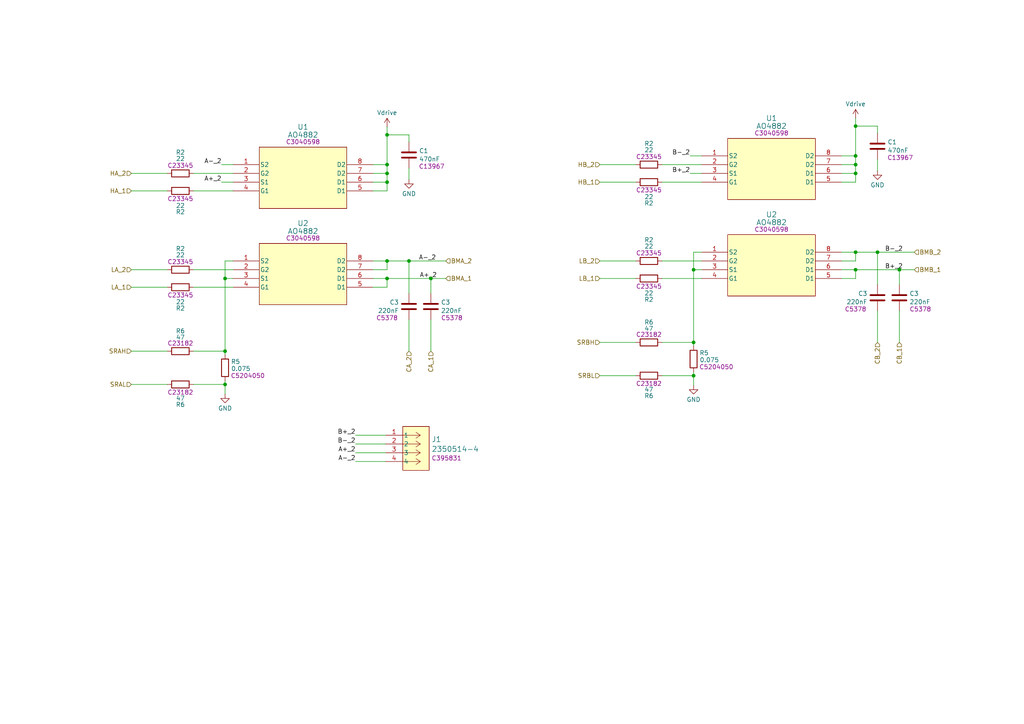
<source format=kicad_sch>
(kicad_sch (version 20230121) (generator eeschema)

  (uuid fc37ea0b-99eb-4f7f-a103-24196b232535)

  (paper "A4")

  (lib_symbols
    (symbol "AO4882_1" (pin_names (offset 0.254)) (in_bom yes) (on_board yes)
      (property "Reference" "Q" (at 20.32 10.16 0)
        (effects (font (size 1.524 1.524)))
      )
      (property "Value" "AO4882" (at 20.32 7.62 0)
        (effects (font (size 1.524 1.524)))
      )
      (property "Footprint" "SO-8_AOS" (at 20.066 -16.002 0)
        (effects (font (size 1.27 1.27) italic) hide)
      )
      (property "Datasheet" "AO4882" (at 20.066 -16.002 0)
        (effects (font (size 1.27 1.27) italic) hide)
      )
      (property "JLCPCB Part #" "C3040598" (at 20.32 -14.224 0)
        (effects (font (size 1.27 1.27)))
      )
      (property "JLCPCB Rotation Offset" "0" (at 20.574 -16.256 0)
        (effects (font (size 1.27 1.27)) hide)
      )
      (property "JLCPCB Position Offset" "0,0" (at 20.574 -16.256 0)
        (effects (font (size 1.27 1.27)) hide)
      )
      (property "ki_keywords" "AO4882" (at 0 0 0)
        (effects (font (size 1.27 1.27)) hide)
      )
      (property "ki_description" "SOIC-8  MOSFETs ROHS" (at 0 0 0)
        (effects (font (size 1.27 1.27)) hide)
      )
      (property "ki_fp_filters" "SO-8_AOS SO-8_AOS-M SO-8_AOS-L" (at 0 0 0)
        (effects (font (size 1.27 1.27)) hide)
      )
      (symbol "AO4882_1_0_1"
        (polyline
          (pts
            (xy 7.62 -12.7)
            (xy 33.02 -12.7)
          )
          (stroke (width 0.127) (type default))
          (fill (type none))
        )
        (polyline
          (pts
            (xy 7.62 5.08)
            (xy 7.62 -12.7)
          )
          (stroke (width 0.127) (type default))
          (fill (type none))
        )
        (polyline
          (pts
            (xy 33.02 -12.7)
            (xy 33.02 5.08)
          )
          (stroke (width 0.127) (type default))
          (fill (type none))
        )
        (polyline
          (pts
            (xy 33.02 5.08)
            (xy 7.62 5.08)
          )
          (stroke (width 0.127) (type default))
          (fill (type none))
        )
        (pin unspecified line (at 0 0 0) (length 7.62)
          (name "S2" (effects (font (size 1.27 1.27))))
          (number "1" (effects (font (size 1.27 1.27))))
        )
        (pin bidirectional line (at 0 -2.54 0) (length 7.62)
          (name "G2" (effects (font (size 1.27 1.27))))
          (number "2" (effects (font (size 1.27 1.27))))
        )
        (pin bidirectional line (at 0 -5.08 0) (length 7.62)
          (name "S1" (effects (font (size 1.27 1.27))))
          (number "3" (effects (font (size 1.27 1.27))))
        )
        (pin bidirectional line (at 0 -7.62 0) (length 7.62)
          (name "G1" (effects (font (size 1.27 1.27))))
          (number "4" (effects (font (size 1.27 1.27))))
        )
        (pin bidirectional line (at 40.64 -7.62 180) (length 7.62)
          (name "D1" (effects (font (size 1.27 1.27))))
          (number "5" (effects (font (size 1.27 1.27))))
        )
        (pin bidirectional line (at 40.64 -5.08 180) (length 7.62)
          (name "D1" (effects (font (size 1.27 1.27))))
          (number "6" (effects (font (size 1.27 1.27))))
        )
        (pin bidirectional line (at 40.64 -2.54 180) (length 7.62)
          (name "D2" (effects (font (size 1.27 1.27))))
          (number "7" (effects (font (size 1.27 1.27))))
        )
        (pin bidirectional line (at 40.64 0 180) (length 7.62)
          (name "D2" (effects (font (size 1.27 1.27))))
          (number "8" (effects (font (size 1.27 1.27))))
        )
      )
      (symbol "AO4882_1_1_1"
        (rectangle (start 7.62 5.08) (end 33.02 -12.7)
          (stroke (width 0) (type default))
          (fill (type background))
        )
      )
    )
    (symbol "AO4882_2" (pin_names (offset 0.254)) (in_bom yes) (on_board yes)
      (property "Reference" "U" (at 20.32 10.16 0)
        (effects (font (size 1.524 1.524)))
      )
      (property "Value" "AO4882" (at 20.32 7.62 0)
        (effects (font (size 1.524 1.524)))
      )
      (property "Footprint" "SO-8_AOS" (at 20.066 -16.002 0)
        (effects (font (size 1.27 1.27) italic) hide)
      )
      (property "Datasheet" "AO4882" (at 20.066 -16.002 0)
        (effects (font (size 1.27 1.27) italic) hide)
      )
      (property "JLCPCB Part #" "C3040598" (at 20.32 -14.224 0)
        (effects (font (size 1.27 1.27)))
      )
      (property "JLCPCB Rotation Offset" "0" (at 20.574 -16.256 0)
        (effects (font (size 1.27 1.27)) hide)
      )
      (property "JLCPCB Position Offset" "0,0" (at 20.574 -16.256 0)
        (effects (font (size 1.27 1.27)) hide)
      )
      (property "ki_keywords" "AO4882" (at 0 0 0)
        (effects (font (size 1.27 1.27)) hide)
      )
      (property "ki_description" "SOIC-8  MOSFETs ROHS" (at 0 0 0)
        (effects (font (size 1.27 1.27)) hide)
      )
      (property "ki_fp_filters" "SO-8_AOS SO-8_AOS-M SO-8_AOS-L" (at 0 0 0)
        (effects (font (size 1.27 1.27)) hide)
      )
      (symbol "AO4882_2_0_1"
        (polyline
          (pts
            (xy 7.62 -12.7)
            (xy 33.02 -12.7)
          )
          (stroke (width 0.127) (type default))
          (fill (type none))
        )
        (polyline
          (pts
            (xy 7.62 5.08)
            (xy 7.62 -12.7)
          )
          (stroke (width 0.127) (type default))
          (fill (type none))
        )
        (polyline
          (pts
            (xy 33.02 -12.7)
            (xy 33.02 5.08)
          )
          (stroke (width 0.127) (type default))
          (fill (type none))
        )
        (polyline
          (pts
            (xy 33.02 5.08)
            (xy 7.62 5.08)
          )
          (stroke (width 0.127) (type default))
          (fill (type none))
        )
        (pin unspecified line (at 0 0 0) (length 7.62)
          (name "S2" (effects (font (size 1.27 1.27))))
          (number "1" (effects (font (size 1.27 1.27))))
        )
        (pin bidirectional line (at 0 -2.54 0) (length 7.62)
          (name "G2" (effects (font (size 1.27 1.27))))
          (number "2" (effects (font (size 1.27 1.27))))
        )
        (pin bidirectional line (at 0 -5.08 0) (length 7.62)
          (name "S1" (effects (font (size 1.27 1.27))))
          (number "3" (effects (font (size 1.27 1.27))))
        )
        (pin bidirectional line (at 0 -7.62 0) (length 7.62)
          (name "G1" (effects (font (size 1.27 1.27))))
          (number "4" (effects (font (size 1.27 1.27))))
        )
        (pin bidirectional line (at 40.64 -7.62 180) (length 7.62)
          (name "D1" (effects (font (size 1.27 1.27))))
          (number "5" (effects (font (size 1.27 1.27))))
        )
        (pin bidirectional line (at 40.64 -5.08 180) (length 7.62)
          (name "D1" (effects (font (size 1.27 1.27))))
          (number "6" (effects (font (size 1.27 1.27))))
        )
        (pin bidirectional line (at 40.64 -2.54 180) (length 7.62)
          (name "D2" (effects (font (size 1.27 1.27))))
          (number "7" (effects (font (size 1.27 1.27))))
        )
        (pin bidirectional line (at 40.64 0 180) (length 7.62)
          (name "D2" (effects (font (size 1.27 1.27))))
          (number "8" (effects (font (size 1.27 1.27))))
        )
      )
      (symbol "AO4882_2_1_1"
        (rectangle (start 7.62 5.08) (end 33.02 -12.7)
          (stroke (width 0) (type default))
          (fill (type background))
        )
      )
    )
    (symbol "AO4882_3" (pin_names (offset 0.254)) (in_bom yes) (on_board yes)
      (property "Reference" "U" (at 20.32 10.16 0)
        (effects (font (size 1.524 1.524)))
      )
      (property "Value" "AO4882" (at 20.32 7.62 0)
        (effects (font (size 1.524 1.524)))
      )
      (property "Footprint" "SO-8_AOS" (at 20.066 -16.002 0)
        (effects (font (size 1.27 1.27) italic) hide)
      )
      (property "Datasheet" "AO4882" (at 20.066 -16.002 0)
        (effects (font (size 1.27 1.27) italic) hide)
      )
      (property "JLCPCB Part #" "C3040598" (at 20.32 -14.224 0)
        (effects (font (size 1.27 1.27)))
      )
      (property "JLCPCB Rotation Offset" "0" (at 20.574 -16.256 0)
        (effects (font (size 1.27 1.27)) hide)
      )
      (property "JLCPCB Position Offset" "0,0" (at 20.574 -16.256 0)
        (effects (font (size 1.27 1.27)) hide)
      )
      (property "ki_keywords" "AO4882" (at 0 0 0)
        (effects (font (size 1.27 1.27)) hide)
      )
      (property "ki_description" "SOIC-8  MOSFETs ROHS" (at 0 0 0)
        (effects (font (size 1.27 1.27)) hide)
      )
      (property "ki_fp_filters" "SO-8_AOS SO-8_AOS-M SO-8_AOS-L" (at 0 0 0)
        (effects (font (size 1.27 1.27)) hide)
      )
      (symbol "AO4882_3_0_1"
        (polyline
          (pts
            (xy 7.62 -12.7)
            (xy 33.02 -12.7)
          )
          (stroke (width 0.127) (type default))
          (fill (type none))
        )
        (polyline
          (pts
            (xy 7.62 5.08)
            (xy 7.62 -12.7)
          )
          (stroke (width 0.127) (type default))
          (fill (type none))
        )
        (polyline
          (pts
            (xy 33.02 -12.7)
            (xy 33.02 5.08)
          )
          (stroke (width 0.127) (type default))
          (fill (type none))
        )
        (polyline
          (pts
            (xy 33.02 5.08)
            (xy 7.62 5.08)
          )
          (stroke (width 0.127) (type default))
          (fill (type none))
        )
        (pin unspecified line (at 0 0 0) (length 7.62)
          (name "S2" (effects (font (size 1.27 1.27))))
          (number "1" (effects (font (size 1.27 1.27))))
        )
        (pin bidirectional line (at 0 -2.54 0) (length 7.62)
          (name "G2" (effects (font (size 1.27 1.27))))
          (number "2" (effects (font (size 1.27 1.27))))
        )
        (pin bidirectional line (at 0 -5.08 0) (length 7.62)
          (name "S1" (effects (font (size 1.27 1.27))))
          (number "3" (effects (font (size 1.27 1.27))))
        )
        (pin bidirectional line (at 0 -7.62 0) (length 7.62)
          (name "G1" (effects (font (size 1.27 1.27))))
          (number "4" (effects (font (size 1.27 1.27))))
        )
        (pin bidirectional line (at 40.64 -7.62 180) (length 7.62)
          (name "D1" (effects (font (size 1.27 1.27))))
          (number "5" (effects (font (size 1.27 1.27))))
        )
        (pin bidirectional line (at 40.64 -5.08 180) (length 7.62)
          (name "D1" (effects (font (size 1.27 1.27))))
          (number "6" (effects (font (size 1.27 1.27))))
        )
        (pin bidirectional line (at 40.64 -2.54 180) (length 7.62)
          (name "D2" (effects (font (size 1.27 1.27))))
          (number "7" (effects (font (size 1.27 1.27))))
        )
        (pin bidirectional line (at 40.64 0 180) (length 7.62)
          (name "D2" (effects (font (size 1.27 1.27))))
          (number "8" (effects (font (size 1.27 1.27))))
        )
      )
      (symbol "AO4882_3_1_1"
        (rectangle (start 7.62 5.08) (end 33.02 -12.7)
          (stroke (width 0) (type default))
          (fill (type background))
        )
      )
    )
    (symbol "Device:C" (pin_numbers hide) (pin_names (offset 0.254)) (in_bom yes) (on_board yes)
      (property "Reference" "C" (at 0.635 2.54 0)
        (effects (font (size 1.27 1.27)) (justify left))
      )
      (property "Value" "C" (at 0.635 -2.54 0)
        (effects (font (size 1.27 1.27)) (justify left))
      )
      (property "Footprint" "" (at 0.9652 -3.81 0)
        (effects (font (size 1.27 1.27)) hide)
      )
      (property "Datasheet" "~" (at 1.27 -5.08 0)
        (effects (font (size 1.27 1.27)) hide)
      )
      (property "JLCPCB Part #" "" (at 4.826 -5.08 0)
        (effects (font (size 1.27 1.27)))
      )
      (property "JLCPCB Rotation Offset" "0" (at 1.27 -5.08 0)
        (effects (font (size 1.27 1.27)) hide)
      )
      (property "JLCPCB Position Offset" "0,0" (at 2.54 -5.08 0)
        (effects (font (size 1.27 1.27)) hide)
      )
      (property "Description" "Cap" (at 0 0 0)
        (effects (font (size 1.27 1.27)) hide)
      )
      (property "ki_keywords" "cap capacitor" (at 0 0 0)
        (effects (font (size 1.27 1.27)) hide)
      )
      (property "ki_description" "Unpolarized capacitor" (at 0 0 0)
        (effects (font (size 1.27 1.27)) hide)
      )
      (property "ki_fp_filters" "C_*" (at 0 0 0)
        (effects (font (size 1.27 1.27)) hide)
      )
      (symbol "C_0_1"
        (polyline
          (pts
            (xy -2.032 -0.762)
            (xy 2.032 -0.762)
          )
          (stroke (width 0.508) (type default))
          (fill (type none))
        )
        (polyline
          (pts
            (xy -2.032 0.762)
            (xy 2.032 0.762)
          )
          (stroke (width 0.508) (type default))
          (fill (type none))
        )
      )
      (symbol "C_1_1"
        (pin passive line (at 0 3.81 270) (length 2.794)
          (name "~" (effects (font (size 1.27 1.27))))
          (number "1" (effects (font (size 1.27 1.27))))
        )
        (pin passive line (at 0 -3.81 90) (length 2.794)
          (name "~" (effects (font (size 1.27 1.27))))
          (number "2" (effects (font (size 1.27 1.27))))
        )
      )
    )
    (symbol "Device:R" (pin_numbers hide) (pin_names (offset 0)) (in_bom yes) (on_board yes)
      (property "Reference" "R" (at 2.032 0 90)
        (effects (font (size 1.27 1.27)))
      )
      (property "Value" "R" (at 0 0 90)
        (effects (font (size 1.27 1.27)))
      )
      (property "Footprint" "" (at -1.778 0 90)
        (effects (font (size 1.27 1.27)) hide)
      )
      (property "Datasheet" "~" (at 0 0 0)
        (effects (font (size 1.27 1.27)) hide)
      )
      (property "JLCPCB Part #" "" (at 0 0 0)
        (effects (font (size 1.27 1.27)) hide)
      )
      (property "JLCPCB Rotation Offset" "0" (at 0 0 0)
        (effects (font (size 1.27 1.27)) hide)
      )
      (property "JLCPCB Position Offset" "0,0" (at 0 0 0)
        (effects (font (size 1.27 1.27)) hide)
      )
      (property "Description" "Resistor" (at 5.08 -2.54 0)
        (effects (font (size 1.27 1.27)) hide)
      )
      (property "ki_keywords" "R res resistor" (at 0 0 0)
        (effects (font (size 1.27 1.27)) hide)
      )
      (property "ki_description" "Resistor" (at 0 0 0)
        (effects (font (size 1.27 1.27)) hide)
      )
      (property "ki_fp_filters" "R_*" (at 0 0 0)
        (effects (font (size 1.27 1.27)) hide)
      )
      (symbol "R_0_1"
        (rectangle (start -1.016 -2.54) (end 1.016 2.54)
          (stroke (width 0.254) (type default))
          (fill (type none))
        )
      )
      (symbol "R_1_1"
        (pin passive line (at 0 3.81 270) (length 1.27)
          (name "~" (effects (font (size 1.27 1.27))))
          (number "1" (effects (font (size 1.27 1.27))))
        )
        (pin passive line (at 0 -3.81 90) (length 1.27)
          (name "~" (effects (font (size 1.27 1.27))))
          (number "2" (effects (font (size 1.27 1.27))))
        )
      )
    )
    (symbol "GND_1" (power) (pin_names (offset 0)) (in_bom yes) (on_board yes)
      (property "Reference" "#PWR" (at 0 -6.35 0)
        (effects (font (size 1.27 1.27)) hide)
      )
      (property "Value" "GND_1" (at 0 -3.81 0)
        (effects (font (size 1.27 1.27)))
      )
      (property "Footprint" "" (at 0 0 0)
        (effects (font (size 1.27 1.27)) hide)
      )
      (property "Datasheet" "" (at 0 0 0)
        (effects (font (size 1.27 1.27)) hide)
      )
      (property "ki_keywords" "global power" (at 0 0 0)
        (effects (font (size 1.27 1.27)) hide)
      )
      (property "ki_description" "Power symbol creates a global label with name \"GND\" , ground" (at 0 0 0)
        (effects (font (size 1.27 1.27)) hide)
      )
      (symbol "GND_1_0_1"
        (polyline
          (pts
            (xy 0 0)
            (xy 0 -1.27)
            (xy 1.27 -1.27)
            (xy 0 -2.54)
            (xy -1.27 -1.27)
            (xy 0 -1.27)
          )
          (stroke (width 0) (type default))
          (fill (type none))
        )
      )
      (symbol "GND_1_1_1"
        (pin power_in line (at 0 0 270) (length 0) hide
          (name "GND" (effects (font (size 1.27 1.27))))
          (number "1" (effects (font (size 1.27 1.27))))
        )
      )
    )
    (symbol "JLCPCB_Connectors_Right_Angle:P3.50_4POS_TE_2350514-4" (pin_names (offset 0.254)) (in_bom yes) (on_board yes)
      (property "Reference" "J" (at 8.89 3.81 0)
        (effects (font (size 1.524 1.524)))
      )
      (property "Value" "2350514-4" (at 8.89 -11.43 0)
        (effects (font (size 1.524 1.524)))
      )
      (property "Footprint" "JLCPCB_Connectors_THT:P3.50mm_4POS_Right_TE" (at 0 0 0)
        (effects (font (size 1.27 1.27) italic) hide)
      )
      (property "Datasheet" "https://www.te.com/commerce/DocumentDelivery/DDEController?Action=srchrtrv&DocNm=2350514&DocType=Customer+Drawing&DocLang=English" (at 0 0 0)
        (effects (font (size 1.27 1.27) italic) hide)
      )
      (property "JLCPCB Part #" "C395831" (at 8.89 -13.97 0)
        (effects (font (size 1.27 1.27)))
      )
      (property "JLCPCB Rotation Offset" "0" (at 0 0 0)
        (effects (font (size 1.27 1.27)) hide)
      )
      (property "JLCPCB Position Offset" "5.25,0" (at 0 0 0)
        (effects (font (size 1.27 1.27)) hide)
      )
      (property "ki_keywords" "4POS, P3.50mm,Right Angle, 90°" (at 0 0 0)
        (effects (font (size 1.27 1.27)) hide)
      )
      (property "ki_description" "4 Position Header, Male Pins, P=3.50mm, 90°, Right Angle Through Hole" (at 0 0 0)
        (effects (font (size 1.27 1.27)) hide)
      )
      (property "ki_fp_filters" "CONN4_1155650000_TEC" (at 0 0 0)
        (effects (font (size 1.27 1.27)) hide)
      )
      (symbol "P3.50_4POS_TE_2350514-4_1_1"
        (polyline
          (pts
            (xy 5.08 -10.16)
            (xy 12.7 -10.16)
          )
          (stroke (width 0.127) (type default))
          (fill (type none))
        )
        (polyline
          (pts
            (xy 5.08 2.54)
            (xy 5.08 -10.16)
          )
          (stroke (width 0.127) (type default))
          (fill (type none))
        )
        (polyline
          (pts
            (xy 10.16 -7.62)
            (xy 5.08 -7.62)
          )
          (stroke (width 0.127) (type default))
          (fill (type none))
        )
        (polyline
          (pts
            (xy 10.16 -7.62)
            (xy 8.89 -8.4667)
          )
          (stroke (width 0.127) (type default))
          (fill (type none))
        )
        (polyline
          (pts
            (xy 10.16 -7.62)
            (xy 8.89 -6.7733)
          )
          (stroke (width 0.127) (type default))
          (fill (type none))
        )
        (polyline
          (pts
            (xy 10.16 -5.08)
            (xy 5.08 -5.08)
          )
          (stroke (width 0.127) (type default))
          (fill (type none))
        )
        (polyline
          (pts
            (xy 10.16 -5.08)
            (xy 8.89 -5.9267)
          )
          (stroke (width 0.127) (type default))
          (fill (type none))
        )
        (polyline
          (pts
            (xy 10.16 -5.08)
            (xy 8.89 -4.2333)
          )
          (stroke (width 0.127) (type default))
          (fill (type none))
        )
        (polyline
          (pts
            (xy 10.16 -2.54)
            (xy 5.08 -2.54)
          )
          (stroke (width 0.127) (type default))
          (fill (type none))
        )
        (polyline
          (pts
            (xy 10.16 -2.54)
            (xy 8.89 -3.3867)
          )
          (stroke (width 0.127) (type default))
          (fill (type none))
        )
        (polyline
          (pts
            (xy 10.16 -2.54)
            (xy 8.89 -1.6933)
          )
          (stroke (width 0.127) (type default))
          (fill (type none))
        )
        (polyline
          (pts
            (xy 10.16 0)
            (xy 5.08 0)
          )
          (stroke (width 0.127) (type default))
          (fill (type none))
        )
        (polyline
          (pts
            (xy 10.16 0)
            (xy 8.89 -0.8467)
          )
          (stroke (width 0.127) (type default))
          (fill (type none))
        )
        (polyline
          (pts
            (xy 10.16 0)
            (xy 8.89 0.8467)
          )
          (stroke (width 0.127) (type default))
          (fill (type none))
        )
        (polyline
          (pts
            (xy 12.7 -10.16)
            (xy 12.7 2.54)
          )
          (stroke (width 0.127) (type default))
          (fill (type none))
        )
        (polyline
          (pts
            (xy 12.7 2.54)
            (xy 5.08 2.54)
          )
          (stroke (width 0.127) (type default))
          (fill (type none))
        )
        (rectangle (start 5.08 2.54) (end 12.7 -10.16)
          (stroke (width 0) (type default))
          (fill (type background))
        )
        (pin unspecified line (at 0 0 0) (length 5.08)
          (name "1" (effects (font (size 1.27 1.27))))
          (number "1" (effects (font (size 1.27 1.27))))
        )
        (pin unspecified line (at 0 -2.54 0) (length 5.08)
          (name "2" (effects (font (size 1.27 1.27))))
          (number "2" (effects (font (size 1.27 1.27))))
        )
        (pin unspecified line (at 0 -5.08 0) (length 5.08)
          (name "3" (effects (font (size 1.27 1.27))))
          (number "3" (effects (font (size 1.27 1.27))))
        )
        (pin unspecified line (at 0 -7.62 0) (length 5.08)
          (name "4" (effects (font (size 1.27 1.27))))
          (number "4" (effects (font (size 1.27 1.27))))
        )
      )
      (symbol "P3.50_4POS_TE_2350514-4_1_2"
        (polyline
          (pts
            (xy 5.08 -10.16)
            (xy 12.7 -10.16)
          )
          (stroke (width 0.127) (type default))
          (fill (type none))
        )
        (polyline
          (pts
            (xy 5.08 2.54)
            (xy 5.08 -10.16)
          )
          (stroke (width 0.127) (type default))
          (fill (type none))
        )
        (polyline
          (pts
            (xy 7.62 -7.62)
            (xy 5.08 -7.62)
          )
          (stroke (width 0.127) (type default))
          (fill (type none))
        )
        (polyline
          (pts
            (xy 7.62 -7.62)
            (xy 8.89 -8.4667)
          )
          (stroke (width 0.127) (type default))
          (fill (type none))
        )
        (polyline
          (pts
            (xy 7.62 -7.62)
            (xy 8.89 -6.7733)
          )
          (stroke (width 0.127) (type default))
          (fill (type none))
        )
        (polyline
          (pts
            (xy 7.62 -5.08)
            (xy 5.08 -5.08)
          )
          (stroke (width 0.127) (type default))
          (fill (type none))
        )
        (polyline
          (pts
            (xy 7.62 -5.08)
            (xy 8.89 -5.9267)
          )
          (stroke (width 0.127) (type default))
          (fill (type none))
        )
        (polyline
          (pts
            (xy 7.62 -5.08)
            (xy 8.89 -4.2333)
          )
          (stroke (width 0.127) (type default))
          (fill (type none))
        )
        (polyline
          (pts
            (xy 7.62 -2.54)
            (xy 5.08 -2.54)
          )
          (stroke (width 0.127) (type default))
          (fill (type none))
        )
        (polyline
          (pts
            (xy 7.62 -2.54)
            (xy 8.89 -3.3867)
          )
          (stroke (width 0.127) (type default))
          (fill (type none))
        )
        (polyline
          (pts
            (xy 7.62 -2.54)
            (xy 8.89 -1.6933)
          )
          (stroke (width 0.127) (type default))
          (fill (type none))
        )
        (polyline
          (pts
            (xy 7.62 0)
            (xy 5.08 0)
          )
          (stroke (width 0.127) (type default))
          (fill (type none))
        )
        (polyline
          (pts
            (xy 7.62 0)
            (xy 8.89 -0.8467)
          )
          (stroke (width 0.127) (type default))
          (fill (type none))
        )
        (polyline
          (pts
            (xy 7.62 0)
            (xy 8.89 0.8467)
          )
          (stroke (width 0.127) (type default))
          (fill (type none))
        )
        (polyline
          (pts
            (xy 12.7 -10.16)
            (xy 12.7 2.54)
          )
          (stroke (width 0.127) (type default))
          (fill (type none))
        )
        (polyline
          (pts
            (xy 12.7 2.54)
            (xy 5.08 2.54)
          )
          (stroke (width 0.127) (type default))
          (fill (type none))
        )
        (pin unspecified line (at 0 0 0) (length 5.08)
          (name "1" (effects (font (size 1.27 1.27))))
          (number "1" (effects (font (size 1.27 1.27))))
        )
        (pin unspecified line (at 0 -2.54 0) (length 5.08)
          (name "2" (effects (font (size 1.27 1.27))))
          (number "2" (effects (font (size 1.27 1.27))))
        )
        (pin unspecified line (at 0 -5.08 0) (length 5.08)
          (name "3" (effects (font (size 1.27 1.27))))
          (number "3" (effects (font (size 1.27 1.27))))
        )
        (pin unspecified line (at 0 -7.62 0) (length 5.08)
          (name "4" (effects (font (size 1.27 1.27))))
          (number "4" (effects (font (size 1.27 1.27))))
        )
      )
    )
    (symbol "Transistor_Array:AO4882" (pin_names (offset 0.254)) (in_bom yes) (on_board yes)
      (property "Reference" "U" (at 20.32 10.16 0)
        (effects (font (size 1.524 1.524)))
      )
      (property "Value" "AO4882" (at 20.32 7.62 0)
        (effects (font (size 1.524 1.524)))
      )
      (property "Footprint" "SO-8_AOS" (at 20.066 -16.002 0)
        (effects (font (size 1.27 1.27) italic) hide)
      )
      (property "Datasheet" "AO4882" (at 20.066 -16.002 0)
        (effects (font (size 1.27 1.27) italic) hide)
      )
      (property "JLCPCB Part #" "C3040598" (at 20.32 -14.224 0)
        (effects (font (size 1.27 1.27)))
      )
      (property "JLCPCB Rotation Offset" "0" (at 20.574 -16.256 0)
        (effects (font (size 1.27 1.27)) hide)
      )
      (property "JLCPCB Position Offset" "0,0" (at 20.574 -16.256 0)
        (effects (font (size 1.27 1.27)) hide)
      )
      (property "ki_keywords" "AO4882" (at 0 0 0)
        (effects (font (size 1.27 1.27)) hide)
      )
      (property "ki_description" "SOIC-8  MOSFETs ROHS" (at 0 0 0)
        (effects (font (size 1.27 1.27)) hide)
      )
      (property "ki_fp_filters" "SO-8_AOS SO-8_AOS-M SO-8_AOS-L" (at 0 0 0)
        (effects (font (size 1.27 1.27)) hide)
      )
      (symbol "AO4882_0_1"
        (polyline
          (pts
            (xy 7.62 -12.7)
            (xy 33.02 -12.7)
          )
          (stroke (width 0.127) (type default))
          (fill (type none))
        )
        (polyline
          (pts
            (xy 7.62 5.08)
            (xy 7.62 -12.7)
          )
          (stroke (width 0.127) (type default))
          (fill (type none))
        )
        (polyline
          (pts
            (xy 33.02 -12.7)
            (xy 33.02 5.08)
          )
          (stroke (width 0.127) (type default))
          (fill (type none))
        )
        (polyline
          (pts
            (xy 33.02 5.08)
            (xy 7.62 5.08)
          )
          (stroke (width 0.127) (type default))
          (fill (type none))
        )
        (pin unspecified line (at 0 0 0) (length 7.62)
          (name "S2" (effects (font (size 1.27 1.27))))
          (number "1" (effects (font (size 1.27 1.27))))
        )
        (pin bidirectional line (at 0 -2.54 0) (length 7.62)
          (name "G2" (effects (font (size 1.27 1.27))))
          (number "2" (effects (font (size 1.27 1.27))))
        )
        (pin bidirectional line (at 0 -5.08 0) (length 7.62)
          (name "S1" (effects (font (size 1.27 1.27))))
          (number "3" (effects (font (size 1.27 1.27))))
        )
        (pin bidirectional line (at 0 -7.62 0) (length 7.62)
          (name "G1" (effects (font (size 1.27 1.27))))
          (number "4" (effects (font (size 1.27 1.27))))
        )
        (pin bidirectional line (at 40.64 -7.62 180) (length 7.62)
          (name "D1" (effects (font (size 1.27 1.27))))
          (number "5" (effects (font (size 1.27 1.27))))
        )
        (pin bidirectional line (at 40.64 -5.08 180) (length 7.62)
          (name "D1" (effects (font (size 1.27 1.27))))
          (number "6" (effects (font (size 1.27 1.27))))
        )
        (pin bidirectional line (at 40.64 -2.54 180) (length 7.62)
          (name "D2" (effects (font (size 1.27 1.27))))
          (number "7" (effects (font (size 1.27 1.27))))
        )
        (pin bidirectional line (at 40.64 0 180) (length 7.62)
          (name "D2" (effects (font (size 1.27 1.27))))
          (number "8" (effects (font (size 1.27 1.27))))
        )
      )
      (symbol "AO4882_1_1"
        (rectangle (start 7.62 5.08) (end 33.02 -12.7)
          (stroke (width 0) (type default))
          (fill (type background))
        )
      )
    )
    (symbol "power:Vdrive" (power) (pin_names (offset 0)) (in_bom yes) (on_board yes)
      (property "Reference" "#PWR" (at -5.08 -3.81 0)
        (effects (font (size 1.27 1.27)) hide)
      )
      (property "Value" "Vdrive" (at 0 3.81 0)
        (effects (font (size 1.27 1.27)))
      )
      (property "Footprint" "" (at 0 0 0)
        (effects (font (size 1.27 1.27)) hide)
      )
      (property "Datasheet" "" (at 0 0 0)
        (effects (font (size 1.27 1.27)) hide)
      )
      (property "ki_keywords" "global power" (at 0 0 0)
        (effects (font (size 1.27 1.27)) hide)
      )
      (property "ki_description" "Power symbol creates a global label with name \"Vdrive\"" (at 0 0 0)
        (effects (font (size 1.27 1.27)) hide)
      )
      (symbol "Vdrive_0_1"
        (polyline
          (pts
            (xy -0.762 1.27)
            (xy 0 2.54)
          )
          (stroke (width 0) (type default))
          (fill (type none))
        )
        (polyline
          (pts
            (xy 0 0)
            (xy 0 2.54)
          )
          (stroke (width 0) (type default))
          (fill (type none))
        )
        (polyline
          (pts
            (xy 0 2.54)
            (xy 0.762 1.27)
          )
          (stroke (width 0) (type default))
          (fill (type none))
        )
      )
      (symbol "Vdrive_1_1"
        (pin power_in line (at 0 0 90) (length 0) hide
          (name "Vdrive" (effects (font (size 1.27 1.27))))
          (number "1" (effects (font (size 1.27 1.27))))
        )
      )
    )
  )

  (junction (at 112.268 75.692) (diameter 0) (color 0 0 0 0)
    (uuid 0d323149-7b6e-416c-870b-bc2880f2591b)
  )
  (junction (at 248.158 47.752) (diameter 0) (color 0 0 0 0)
    (uuid 1fa3addd-fe70-406f-b063-cefab66f2708)
  )
  (junction (at 248.158 78.232) (diameter 0) (color 0 0 0 0)
    (uuid 319f31bc-53fb-4a42-847c-7b165eda7b49)
  )
  (junction (at 112.268 47.752) (diameter 0) (color 0 0 0 0)
    (uuid 4533245d-41ac-4974-b4a0-c988136dc0ae)
  )
  (junction (at 201.168 108.966) (diameter 0) (color 0 0 0 0)
    (uuid 66118c6b-ed9e-4926-ba7f-0e769ccfa168)
  )
  (junction (at 112.268 80.772) (diameter 0) (color 0 0 0 0)
    (uuid 71f25166-56b3-4296-b03f-a24b2b14f1a2)
  )
  (junction (at 65.278 111.506) (diameter 0) (color 0 0 0 0)
    (uuid 775bf561-3f1a-4c46-a1bf-8e33142cca8d)
  )
  (junction (at 112.268 50.292) (diameter 0) (color 0 0 0 0)
    (uuid 79030093-ebe0-4842-8cfa-960c74c33561)
  )
  (junction (at 248.158 36.576) (diameter 0) (color 0 0 0 0)
    (uuid 83a1f95a-a706-4d84-b99a-1cbf72e8dc4f)
  )
  (junction (at 248.158 45.212) (diameter 0) (color 0 0 0 0)
    (uuid 85a2ab51-665e-4382-aee3-1d1be96c6d0d)
  )
  (junction (at 118.618 75.692) (diameter 0) (color 0 0 0 0)
    (uuid 90c4fada-458f-47cc-a13c-bde96954bcff)
  )
  (junction (at 65.278 80.772) (diameter 0) (color 0 0 0 0)
    (uuid 9f62b199-0db9-468b-96a1-7dd2b12e46e5)
  )
  (junction (at 201.168 99.314) (diameter 0) (color 0 0 0 0)
    (uuid a45ebd2c-44c6-401f-a926-aec3e6a2283c)
  )
  (junction (at 65.278 101.854) (diameter 0) (color 0 0 0 0)
    (uuid ababd7e9-dff8-40ce-a0ff-69ebd4a3a798)
  )
  (junction (at 201.168 78.232) (diameter 0) (color 0 0 0 0)
    (uuid b6208b7f-903a-4688-a23e-99ce17fb72ed)
  )
  (junction (at 124.968 80.772) (diameter 0) (color 0 0 0 0)
    (uuid b699a34f-cefd-4f43-8339-8284d8fea18e)
  )
  (junction (at 254.508 73.152) (diameter 0) (color 0 0 0 0)
    (uuid baf5cc70-ef2e-4ce1-9688-3cd2c3a0ca7c)
  )
  (junction (at 112.268 39.116) (diameter 0) (color 0 0 0 0)
    (uuid baf7e44b-a768-4d87-a2e4-0837dd014dcd)
  )
  (junction (at 248.158 50.292) (diameter 0) (color 0 0 0 0)
    (uuid be2e6d29-91dd-47a8-bf15-f211f2afc35c)
  )
  (junction (at 260.858 78.232) (diameter 0) (color 0 0 0 0)
    (uuid c77759c9-d431-46ba-80f3-05b5a01a8dd1)
  )
  (junction (at 248.158 73.152) (diameter 0) (color 0 0 0 0)
    (uuid f6c65b2c-5438-49d7-b3ee-e3c512b54867)
  )
  (junction (at 112.268 52.832) (diameter 0) (color 0 0 0 0)
    (uuid fecf25e3-5bd2-4525-bbda-d0919ed14c17)
  )

  (wire (pts (xy 248.158 45.212) (xy 248.158 47.752))
    (stroke (width 0) (type default))
    (uuid 047a498b-33ae-489d-ac93-e5ccba30b5e2)
  )
  (wire (pts (xy 254.508 36.576) (xy 248.158 36.576))
    (stroke (width 0) (type default))
    (uuid 09798c46-734c-4f20-bc57-2270617ddeb4)
  )
  (wire (pts (xy 112.268 80.772) (xy 112.268 83.312))
    (stroke (width 0) (type default))
    (uuid 0b8f8e00-7dd2-415c-ba70-31a1a5ebbbb1)
  )
  (wire (pts (xy 248.158 78.232) (xy 248.158 80.772))
    (stroke (width 0) (type default))
    (uuid 0ef24481-f01a-429f-9291-202fd5a2e531)
  )
  (wire (pts (xy 244.094 45.212) (xy 248.158 45.212))
    (stroke (width 0) (type default))
    (uuid 0f18f064-87fc-47e8-a31f-5c3f9a441e29)
  )
  (wire (pts (xy 67.564 75.692) (xy 65.278 75.692))
    (stroke (width 0) (type default))
    (uuid 1082069f-e93d-4136-aaac-38ae08e64978)
  )
  (wire (pts (xy 56.134 55.372) (xy 67.564 55.372))
    (stroke (width 0) (type default))
    (uuid 1b0ba2b8-d757-46ec-b6c1-998222839b07)
  )
  (wire (pts (xy 65.278 101.854) (xy 65.278 102.87))
    (stroke (width 0) (type default))
    (uuid 1cc2de0c-7b0f-4c94-ac72-25a0673e47d4)
  )
  (wire (pts (xy 103.124 133.858) (xy 111.76 133.858))
    (stroke (width 0) (type default))
    (uuid 25769964-7d4d-46e9-8aaa-13813b3d4f53)
  )
  (wire (pts (xy 248.158 50.292) (xy 248.158 52.832))
    (stroke (width 0) (type default))
    (uuid 258d203b-341b-4380-ab9b-daa9c8d674e3)
  )
  (wire (pts (xy 192.024 47.752) (xy 203.454 47.752))
    (stroke (width 0) (type default))
    (uuid 274bf391-7c8b-4bcd-80f2-976031d1c36c)
  )
  (wire (pts (xy 38.1 50.292) (xy 48.514 50.292))
    (stroke (width 0) (type default))
    (uuid 29f19b37-8974-49e0-ad4d-d2bd6dd48830)
  )
  (wire (pts (xy 260.858 78.232) (xy 265.176 78.232))
    (stroke (width 0) (type default))
    (uuid 2d2006ca-911d-43dd-96a3-d27d14708e8e)
  )
  (wire (pts (xy 124.968 80.772) (xy 129.286 80.772))
    (stroke (width 0) (type default))
    (uuid 2d7b55a9-ed25-47c5-9011-719aa96bdb72)
  )
  (wire (pts (xy 244.094 75.692) (xy 248.158 75.692))
    (stroke (width 0) (type default))
    (uuid 2dc8b3ec-69e1-4852-9eb8-bcfad4c42647)
  )
  (wire (pts (xy 124.968 80.772) (xy 124.968 85.09))
    (stroke (width 0) (type default))
    (uuid 2f540ba2-61ee-4fbf-a997-dbb644eb6312)
  )
  (wire (pts (xy 118.618 85.09) (xy 118.618 75.692))
    (stroke (width 0) (type default))
    (uuid 340bd446-72b1-4dc8-98ca-531f29ed03bc)
  )
  (wire (pts (xy 201.168 73.152) (xy 201.168 78.232))
    (stroke (width 0) (type default))
    (uuid 36cb765d-7863-4e5b-9874-f635bb9bb759)
  )
  (wire (pts (xy 56.134 111.506) (xy 65.278 111.506))
    (stroke (width 0) (type default))
    (uuid 37208f4f-ba23-425e-bbf9-3bd3db11f981)
  )
  (wire (pts (xy 173.99 52.832) (xy 184.404 52.832))
    (stroke (width 0) (type default))
    (uuid 3755d97d-bc6c-42dd-bc6e-dd00548e865f)
  )
  (wire (pts (xy 38.1 101.854) (xy 48.514 101.854))
    (stroke (width 0) (type default))
    (uuid 3a60000d-2f33-422a-9895-9de7da1c6900)
  )
  (wire (pts (xy 201.168 107.95) (xy 201.168 108.966))
    (stroke (width 0) (type default))
    (uuid 3d9937a8-80e3-4e72-9447-8d692cc58c08)
  )
  (wire (pts (xy 254.508 73.152) (xy 265.176 73.152))
    (stroke (width 0) (type default))
    (uuid 415b0644-90be-407b-bba2-48f3cc4fa81d)
  )
  (wire (pts (xy 254.508 46.228) (xy 254.508 49.53))
    (stroke (width 0) (type default))
    (uuid 42a684bd-e1b5-49a2-afcc-d1dd6f7d91cf)
  )
  (wire (pts (xy 192.024 75.692) (xy 203.454 75.692))
    (stroke (width 0) (type default))
    (uuid 4471d74f-e778-4546-975c-f49f6a1dbca7)
  )
  (wire (pts (xy 200.152 45.212) (xy 203.454 45.212))
    (stroke (width 0) (type default))
    (uuid 45081619-854b-4330-a81d-1dc40d2a6aa8)
  )
  (wire (pts (xy 248.158 52.832) (xy 244.094 52.832))
    (stroke (width 0) (type default))
    (uuid 45d17335-e341-4ba5-94fa-dfcce29adca0)
  )
  (wire (pts (xy 173.99 47.752) (xy 184.404 47.752))
    (stroke (width 0) (type default))
    (uuid 47541221-a6e7-472d-8064-73ba4e8bf835)
  )
  (wire (pts (xy 203.454 73.152) (xy 201.168 73.152))
    (stroke (width 0) (type default))
    (uuid 49f307a5-b562-4647-89cf-f3774ca9f59d)
  )
  (wire (pts (xy 56.134 50.292) (xy 67.564 50.292))
    (stroke (width 0) (type default))
    (uuid 4c24b015-8724-4a91-a3fd-65135d4fa8f7)
  )
  (wire (pts (xy 200.152 50.292) (xy 203.454 50.292))
    (stroke (width 0) (type default))
    (uuid 4ef47ff1-99b6-4a7a-912f-530c65b30ada)
  )
  (wire (pts (xy 118.618 41.148) (xy 118.618 39.116))
    (stroke (width 0) (type default))
    (uuid 50fbe74f-93f9-4c16-bf95-f1b81c5cdb53)
  )
  (wire (pts (xy 112.268 75.692) (xy 112.268 78.232))
    (stroke (width 0) (type default))
    (uuid 54318390-1367-4058-95df-f5c255b2d7d9)
  )
  (wire (pts (xy 260.858 90.17) (xy 260.858 99.314))
    (stroke (width 0) (type default))
    (uuid 561816a0-9919-4086-a8fd-a36b65331572)
  )
  (wire (pts (xy 112.268 39.116) (xy 112.268 47.752))
    (stroke (width 0) (type default))
    (uuid 592d428a-e550-4ee6-b2da-3e67d5975cb4)
  )
  (wire (pts (xy 38.1 78.232) (xy 48.514 78.232))
    (stroke (width 0) (type default))
    (uuid 5a2b23f1-791f-4969-9cec-6ae8af58603f)
  )
  (wire (pts (xy 65.278 110.49) (xy 65.278 111.506))
    (stroke (width 0) (type default))
    (uuid 5acde222-8552-4acd-aa17-f9d49299aef6)
  )
  (wire (pts (xy 112.268 50.292) (xy 112.268 52.832))
    (stroke (width 0) (type default))
    (uuid 5b28be14-3fed-433f-8bec-b42538db41fe)
  )
  (wire (pts (xy 103.124 128.778) (xy 111.76 128.778))
    (stroke (width 0) (type default))
    (uuid 5fcfcf39-a867-431e-bca6-617ea2c5dfcd)
  )
  (wire (pts (xy 201.168 78.232) (xy 201.168 99.314))
    (stroke (width 0) (type default))
    (uuid 638c1b68-ddeb-45e6-8ad3-9b948cb1b4f8)
  )
  (wire (pts (xy 173.99 99.314) (xy 184.404 99.314))
    (stroke (width 0) (type default))
    (uuid 67c6218c-53d1-40d5-aae0-1ddf1859237f)
  )
  (wire (pts (xy 108.204 52.832) (xy 112.268 52.832))
    (stroke (width 0) (type default))
    (uuid 6bad9aa6-59a0-4bd7-a11a-5f0a197029f9)
  )
  (wire (pts (xy 192.024 80.772) (xy 203.454 80.772))
    (stroke (width 0) (type default))
    (uuid 6da1b1e3-6ecb-4bc2-9b68-256a64bf788c)
  )
  (wire (pts (xy 38.1 111.506) (xy 48.514 111.506))
    (stroke (width 0) (type default))
    (uuid 6fc815e8-1ec2-4c23-a937-6d75f6a2b3ea)
  )
  (wire (pts (xy 248.158 73.152) (xy 248.158 75.692))
    (stroke (width 0) (type default))
    (uuid 76b2baff-362e-4db2-a61c-5c4643246ea8)
  )
  (wire (pts (xy 201.168 78.232) (xy 203.454 78.232))
    (stroke (width 0) (type default))
    (uuid 76ddff79-6892-4ff2-b8e5-eca5c4d09c88)
  )
  (wire (pts (xy 108.204 75.692) (xy 112.268 75.692))
    (stroke (width 0) (type default))
    (uuid 78024d9f-6176-4b62-80f3-fd034747f701)
  )
  (wire (pts (xy 112.268 55.372) (xy 108.204 55.372))
    (stroke (width 0) (type default))
    (uuid 7bf2fa0b-9b70-4caa-a50f-96b3a457bc08)
  )
  (wire (pts (xy 64.262 52.832) (xy 67.564 52.832))
    (stroke (width 0) (type default))
    (uuid 7ce8cd7c-d334-4ef5-aa59-767d0a297ddf)
  )
  (wire (pts (xy 64.262 47.752) (xy 67.564 47.752))
    (stroke (width 0) (type default))
    (uuid 838825ab-840c-41a6-a279-293ead25a32f)
  )
  (wire (pts (xy 108.204 80.772) (xy 112.268 80.772))
    (stroke (width 0) (type default))
    (uuid 857a7bfd-cebb-44d3-8516-8f072acc0936)
  )
  (wire (pts (xy 65.278 75.692) (xy 65.278 80.772))
    (stroke (width 0) (type default))
    (uuid 87cb8d4f-efc4-4c42-84ac-4875a104a540)
  )
  (wire (pts (xy 112.268 47.752) (xy 112.268 50.292))
    (stroke (width 0) (type default))
    (uuid 8ff40be5-fbaa-4319-b09c-9c47aec61a0a)
  )
  (wire (pts (xy 248.158 47.752) (xy 248.158 50.292))
    (stroke (width 0) (type default))
    (uuid 916cde36-dfbe-4f6e-a918-a9c68d651dde)
  )
  (wire (pts (xy 248.158 73.152) (xy 254.508 73.152))
    (stroke (width 0) (type default))
    (uuid 91d8a25c-4d78-4d98-8267-e4b97c41062b)
  )
  (wire (pts (xy 38.1 83.312) (xy 48.514 83.312))
    (stroke (width 0) (type default))
    (uuid 95c35474-e6bd-4f99-9d20-1a45d687b7ed)
  )
  (wire (pts (xy 103.124 126.238) (xy 111.76 126.238))
    (stroke (width 0) (type default))
    (uuid 96431d3c-a5c3-4676-a550-fa050cba52d0)
  )
  (wire (pts (xy 112.268 52.832) (xy 112.268 55.372))
    (stroke (width 0) (type default))
    (uuid 96feab97-8480-4bf0-bf8a-daf68ea43cb7)
  )
  (wire (pts (xy 124.968 92.71) (xy 124.968 101.854))
    (stroke (width 0) (type default))
    (uuid 9d282d5c-e502-453b-b5c2-3039c3956d38)
  )
  (wire (pts (xy 248.158 34.29) (xy 248.158 36.576))
    (stroke (width 0) (type default))
    (uuid 9e7cf3d1-d084-418c-8a6a-aea96d3ef337)
  )
  (wire (pts (xy 192.024 108.966) (xy 201.168 108.966))
    (stroke (width 0) (type default))
    (uuid a00af56d-8a07-4943-8afa-fbf9329f45a1)
  )
  (wire (pts (xy 103.124 131.318) (xy 111.76 131.318))
    (stroke (width 0) (type default))
    (uuid a27e5707-22e0-41e1-b26c-78828b3649cc)
  )
  (wire (pts (xy 118.618 75.692) (xy 129.286 75.692))
    (stroke (width 0) (type default))
    (uuid a46e7b88-dd3a-4b6f-8688-ac96aec047f7)
  )
  (wire (pts (xy 38.1 55.372) (xy 48.514 55.372))
    (stroke (width 0) (type default))
    (uuid a69309f5-6147-4bfd-9976-bbc94679b755)
  )
  (wire (pts (xy 108.204 50.292) (xy 112.268 50.292))
    (stroke (width 0) (type default))
    (uuid ac98722b-0157-4e02-91f5-ebf2610ad32d)
  )
  (wire (pts (xy 201.168 108.966) (xy 201.168 111.76))
    (stroke (width 0) (type default))
    (uuid aca57de1-33e2-48bd-91d8-327b80314b22)
  )
  (wire (pts (xy 65.278 80.772) (xy 67.564 80.772))
    (stroke (width 0) (type default))
    (uuid ad2299c8-7936-46dc-ab40-d98e23000f30)
  )
  (wire (pts (xy 254.508 38.608) (xy 254.508 36.576))
    (stroke (width 0) (type default))
    (uuid b17551ee-1f96-409e-b6dc-dbb29398995c)
  )
  (wire (pts (xy 112.268 75.692) (xy 118.618 75.692))
    (stroke (width 0) (type default))
    (uuid b3adcf71-43e3-4f84-a56e-b4203a1bf2f0)
  )
  (wire (pts (xy 112.268 83.312) (xy 108.204 83.312))
    (stroke (width 0) (type default))
    (uuid b90fda7b-84d4-42ca-ab67-66043dcbd499)
  )
  (wire (pts (xy 112.268 80.772) (xy 124.968 80.772))
    (stroke (width 0) (type default))
    (uuid ba762667-b146-4a24-b63a-6da351f2e3bb)
  )
  (wire (pts (xy 254.508 82.55) (xy 254.508 73.152))
    (stroke (width 0) (type default))
    (uuid bc6efb95-e14a-4f5c-96e6-ecf44941d4a0)
  )
  (wire (pts (xy 244.094 50.292) (xy 248.158 50.292))
    (stroke (width 0) (type default))
    (uuid bd51612c-c139-4d34-a041-3a02255f9672)
  )
  (wire (pts (xy 108.204 47.752) (xy 112.268 47.752))
    (stroke (width 0) (type default))
    (uuid c27ecdb5-8196-492e-a5d0-89bb7df4ec19)
  )
  (wire (pts (xy 112.268 36.83) (xy 112.268 39.116))
    (stroke (width 0) (type default))
    (uuid c3d5497b-ab71-4a69-b729-1238c026672b)
  )
  (wire (pts (xy 248.158 36.576) (xy 248.158 45.212))
    (stroke (width 0) (type default))
    (uuid c4259039-dfe6-45b0-928f-08f99679abfb)
  )
  (wire (pts (xy 56.134 83.312) (xy 67.564 83.312))
    (stroke (width 0) (type default))
    (uuid c5d6846d-d116-4e42-89cf-544e0f96dccd)
  )
  (wire (pts (xy 118.618 39.116) (xy 112.268 39.116))
    (stroke (width 0) (type default))
    (uuid c76044f1-deec-4d9c-9890-c2b993b5a407)
  )
  (wire (pts (xy 192.024 99.314) (xy 201.168 99.314))
    (stroke (width 0) (type default))
    (uuid c7fc7d20-d80f-4f0d-ba99-d24f93d66a8f)
  )
  (wire (pts (xy 56.134 101.854) (xy 65.278 101.854))
    (stroke (width 0) (type default))
    (uuid ca78e354-d5eb-4bda-9ecf-aef2cfcc3045)
  )
  (wire (pts (xy 56.134 78.232) (xy 67.564 78.232))
    (stroke (width 0) (type default))
    (uuid cebce76b-c473-467d-b27e-e34c9325df18)
  )
  (wire (pts (xy 244.094 73.152) (xy 248.158 73.152))
    (stroke (width 0) (type default))
    (uuid cf0306c5-8998-48fc-af6b-ab8c052d8a2b)
  )
  (wire (pts (xy 65.278 80.772) (xy 65.278 101.854))
    (stroke (width 0) (type default))
    (uuid d061c40f-c450-45b6-9ea1-3649c6329358)
  )
  (wire (pts (xy 118.618 92.71) (xy 118.618 101.854))
    (stroke (width 0) (type default))
    (uuid d60232b8-5259-4f91-a2b9-ea43e08931f5)
  )
  (wire (pts (xy 173.99 108.966) (xy 184.404 108.966))
    (stroke (width 0) (type default))
    (uuid d657a940-c83d-4fe9-9bae-a92987c4ee93)
  )
  (wire (pts (xy 173.99 80.772) (xy 184.404 80.772))
    (stroke (width 0) (type default))
    (uuid d8905d30-6636-4ed6-9764-0ebbe165b9be)
  )
  (wire (pts (xy 244.094 47.752) (xy 248.158 47.752))
    (stroke (width 0) (type default))
    (uuid dd8f4c70-2d4e-4cef-8f53-3823e3ceca04)
  )
  (wire (pts (xy 244.094 78.232) (xy 248.158 78.232))
    (stroke (width 0) (type default))
    (uuid de82c9d6-1c5b-4ad6-85a1-30669dbddac6)
  )
  (wire (pts (xy 173.99 75.692) (xy 184.404 75.692))
    (stroke (width 0) (type default))
    (uuid dffe7a79-fcd3-4778-9315-48b3966faa72)
  )
  (wire (pts (xy 260.858 78.232) (xy 260.858 82.55))
    (stroke (width 0) (type default))
    (uuid e074fcba-f174-491f-85e2-7fa656ba58c2)
  )
  (wire (pts (xy 254.508 90.17) (xy 254.508 99.314))
    (stroke (width 0) (type default))
    (uuid e38fb238-896e-4cae-86cc-c0e16b774551)
  )
  (wire (pts (xy 118.618 48.768) (xy 118.618 52.07))
    (stroke (width 0) (type default))
    (uuid e626376b-2d6d-4f1f-91d1-12b3e08ac48e)
  )
  (wire (pts (xy 248.158 80.772) (xy 244.094 80.772))
    (stroke (width 0) (type default))
    (uuid edaf1c34-e779-47ba-a076-ae05ad20b8b2)
  )
  (wire (pts (xy 192.024 52.832) (xy 203.454 52.832))
    (stroke (width 0) (type default))
    (uuid ee53659e-8284-4ee1-b014-06120ceca9f8)
  )
  (wire (pts (xy 201.168 99.314) (xy 201.168 100.33))
    (stroke (width 0) (type default))
    (uuid f8c0587c-007b-4f4c-a8e5-4b10d1726e1a)
  )
  (wire (pts (xy 108.204 78.232) (xy 112.268 78.232))
    (stroke (width 0) (type default))
    (uuid f9cf178d-8707-42a1-b805-80c00ae8829b)
  )
  (wire (pts (xy 65.278 111.506) (xy 65.278 114.3))
    (stroke (width 0) (type default))
    (uuid fb7ec8fd-2cf2-41ad-97ff-690f07053960)
  )
  (wire (pts (xy 248.158 78.232) (xy 260.858 78.232))
    (stroke (width 0) (type default))
    (uuid fda7a80f-3191-4ebb-9a0d-aea5bfdc2602)
  )

  (label "B+_2" (at 103.124 126.238 180) (fields_autoplaced)
    (effects (font (size 1.27 1.27)) (justify right bottom))
    (uuid 05f0746d-6c4a-44ce-97d7-d62fc4c67d4c)
  )
  (label "A-_2" (at 64.262 47.752 180) (fields_autoplaced)
    (effects (font (size 1.27 1.27)) (justify right bottom))
    (uuid 0c896d00-7832-406c-af4e-fb2c306f473b)
  )
  (label "A-_2" (at 103.124 133.858 180) (fields_autoplaced)
    (effects (font (size 1.27 1.27)) (justify right bottom))
    (uuid 3b512b5d-b75a-4924-93d9-f32b885f11e8)
  )
  (label "A+_2" (at 64.262 52.832 180) (fields_autoplaced)
    (effects (font (size 1.27 1.27)) (justify right bottom))
    (uuid 4ed06ac9-34ad-4f13-b736-01a666d52cb8)
  )
  (label "B+_2" (at 261.874 78.232 180) (fields_autoplaced)
    (effects (font (size 1.27 1.27)) (justify right bottom))
    (uuid 524e1a20-df55-4ae4-ba72-1beee2cad936)
  )
  (label "A-_2" (at 126.492 75.692 180) (fields_autoplaced)
    (effects (font (size 1.27 1.27)) (justify right bottom))
    (uuid 9844cbe4-436e-4a69-ab29-135aebb0c41d)
  )
  (label "B-_2" (at 261.874 73.152 180) (fields_autoplaced)
    (effects (font (size 1.27 1.27)) (justify right bottom))
    (uuid a55d5620-9019-403e-b072-ab178431d642)
  )
  (label "B-_2" (at 200.152 45.212 180) (fields_autoplaced)
    (effects (font (size 1.27 1.27)) (justify right bottom))
    (uuid a8632993-bcb1-4398-87c6-3b06c9db665e)
  )
  (label "A+_2" (at 126.746 80.772 180) (fields_autoplaced)
    (effects (font (size 1.27 1.27)) (justify right bottom))
    (uuid ad8a0cea-f327-42ed-b43f-8cf02097a051)
  )
  (label "A+_2" (at 103.124 131.318 180) (fields_autoplaced)
    (effects (font (size 1.27 1.27)) (justify right bottom))
    (uuid c027c468-b8bb-4bd0-bdee-bb36747bdfbf)
  )
  (label "B-_2" (at 103.124 128.778 180) (fields_autoplaced)
    (effects (font (size 1.27 1.27)) (justify right bottom))
    (uuid ca8235b7-faea-4925-b324-7b683c030b1d)
  )
  (label "B+_2" (at 200.152 50.292 180) (fields_autoplaced)
    (effects (font (size 1.27 1.27)) (justify right bottom))
    (uuid f52f2699-e8d3-44e4-92ac-a2f92de7a7e1)
  )

  (hierarchical_label "SRAL" (shape input) (at 38.1 111.506 180) (fields_autoplaced)
    (effects (font (size 1.27 1.27)) (justify right))
    (uuid 0cd15255-b134-47dc-9049-4c59341e0546)
  )
  (hierarchical_label "LA_1" (shape input) (at 38.1 83.312 180) (fields_autoplaced)
    (effects (font (size 1.27 1.27)) (justify right))
    (uuid 1f65b93d-237a-4bb1-bb90-c3b6a7a641e7)
  )
  (hierarchical_label "SRBH" (shape input) (at 173.99 99.314 180) (fields_autoplaced)
    (effects (font (size 1.27 1.27)) (justify right))
    (uuid 21f5170d-2204-4fff-86c5-e11e1720b0c3)
  )
  (hierarchical_label "BMA_1" (shape input) (at 129.286 80.772 0) (fields_autoplaced)
    (effects (font (size 1.27 1.27)) (justify left))
    (uuid 22c7895d-025d-4636-af13-bdc61f5b4218)
  )
  (hierarchical_label "BMA_2" (shape input) (at 129.286 75.692 0) (fields_autoplaced)
    (effects (font (size 1.27 1.27)) (justify left))
    (uuid 293f9d28-10cd-406b-bae5-8d321b2195ff)
  )
  (hierarchical_label "CA_2" (shape input) (at 118.618 101.854 270) (fields_autoplaced)
    (effects (font (size 1.27 1.27)) (justify right))
    (uuid 29cb88dd-fc6b-46f1-8f14-a5b2575c9110)
  )
  (hierarchical_label "CB_2" (shape input) (at 254.508 99.314 270) (fields_autoplaced)
    (effects (font (size 1.27 1.27)) (justify right))
    (uuid 2be058a7-993c-4559-84c1-20fb16ea44ca)
  )
  (hierarchical_label "HB_1" (shape input) (at 173.99 52.832 180) (fields_autoplaced)
    (effects (font (size 1.27 1.27)) (justify right))
    (uuid 3103bfc1-fe5e-4556-8182-fe101dea1178)
  )
  (hierarchical_label "HB_2" (shape input) (at 173.99 47.752 180) (fields_autoplaced)
    (effects (font (size 1.27 1.27)) (justify right))
    (uuid 51b3b5f0-30b4-4031-a390-e1224b30d425)
  )
  (hierarchical_label "CB_1" (shape input) (at 260.858 99.314 270) (fields_autoplaced)
    (effects (font (size 1.27 1.27)) (justify right))
    (uuid 52d9d752-a5d4-4542-a075-a14abb7e585e)
  )
  (hierarchical_label "HA_2" (shape input) (at 38.1 50.292 180) (fields_autoplaced)
    (effects (font (size 1.27 1.27)) (justify right))
    (uuid 67e0dfb6-69e4-4d3d-b32d-ac5633a8ff15)
  )
  (hierarchical_label "LA_2" (shape input) (at 38.1 78.232 180) (fields_autoplaced)
    (effects (font (size 1.27 1.27)) (justify right))
    (uuid 70bb26c7-105d-4095-89ea-cc6d3941518d)
  )
  (hierarchical_label "LB_2" (shape input) (at 173.99 75.692 180) (fields_autoplaced)
    (effects (font (size 1.27 1.27)) (justify right))
    (uuid ab64e140-caa2-4392-8ef3-ba221b529ea1)
  )
  (hierarchical_label "CA_1" (shape input) (at 124.968 101.854 270) (fields_autoplaced)
    (effects (font (size 1.27 1.27)) (justify right))
    (uuid aca7e995-ced6-411f-8a26-9caea3e84e90)
  )
  (hierarchical_label "BMB_2" (shape input) (at 265.176 73.152 0) (fields_autoplaced)
    (effects (font (size 1.27 1.27)) (justify left))
    (uuid b8c34076-635a-4e6e-a7c8-f0b968603fa1)
  )
  (hierarchical_label "SRAH" (shape input) (at 38.1 101.854 180) (fields_autoplaced)
    (effects (font (size 1.27 1.27)) (justify right))
    (uuid b9c54bb7-985f-40e2-b521-1b16953f9150)
  )
  (hierarchical_label "SRBL" (shape input) (at 173.99 108.966 180) (fields_autoplaced)
    (effects (font (size 1.27 1.27)) (justify right))
    (uuid c49feffe-8a90-4f55-a792-8f1d3a8b3a6a)
  )
  (hierarchical_label "BMB_1" (shape input) (at 265.176 78.232 0) (fields_autoplaced)
    (effects (font (size 1.27 1.27)) (justify left))
    (uuid c7dd8691-ad63-458a-9c87-816c5b8bc9e6)
  )
  (hierarchical_label "LB_1" (shape input) (at 173.99 80.772 180) (fields_autoplaced)
    (effects (font (size 1.27 1.27)) (justify right))
    (uuid ed9ec492-33f5-4cbe-a278-e72253d735b1)
  )
  (hierarchical_label "HA_1" (shape input) (at 38.1 55.372 180) (fields_autoplaced)
    (effects (font (size 1.27 1.27)) (justify right))
    (uuid f431bf89-29b1-4acb-97a8-7a9b529a89c7)
  )

  (symbol (lib_id "Device:R") (at 52.324 101.854 90) (unit 1)
    (in_bom yes) (on_board yes) (dnp no)
    (uuid 04901579-7b95-4f87-a29c-50413fbb6f1f)
    (property "Reference" "R6" (at 52.324 96.012 90)
      (effects (font (size 1.27 1.27)))
    )
    (property "Value" "47" (at 52.324 97.8479 90)
      (effects (font (size 1.27 1.27)))
    )
    (property "Footprint" "Resistor_SMD:R_0603_1608Metric" (at 52.324 103.632 90)
      (effects (font (size 1.27 1.27)) hide)
    )
    (property "Datasheet" "~" (at 52.324 101.854 0)
      (effects (font (size 1.27 1.27)) hide)
    )
    (property "JLCPCB Part #" "C23182" (at 52.324 99.568 90)
      (effects (font (size 1.27 1.27)))
    )
    (property "JLCPCB Rotation Offset" "0" (at 52.324 101.854 0)
      (effects (font (size 1.27 1.27)) hide)
    )
    (property "JLCPCB Position Offset" "0,0" (at 52.324 101.854 0)
      (effects (font (size 1.27 1.27)) hide)
    )
    (property "Description" "Resistor" (at 54.864 96.774 0)
      (effects (font (size 1.27 1.27)) hide)
    )
    (pin "1" (uuid 56935ad0-8501-4d53-bd15-55879c5dd14e))
    (pin "2" (uuid 95edbf44-1f3d-4ab4-afb3-aeb2631ca528))
    (instances
      (project "Arduino_TMC5160_Driver_Boards_V1"
        (path "/0e408099-9a7b-4f0e-9c0e-0727c07a80ad"
          (reference "R6") (unit 1)
        )
        (path "/0e408099-9a7b-4f0e-9c0e-0727c07a80ad/d4ba7b9f-ab93-4172-9cca-1be7c3952774"
          (reference "R5") (unit 1)
        )
        (path "/0e408099-9a7b-4f0e-9c0e-0727c07a80ad/a3e6e584-aa9e-48ff-9688-75453b24462f"
          (reference "R22") (unit 1)
        )
      )
    )
  )

  (symbol (lib_id "Device:R") (at 52.324 78.232 90) (unit 1)
    (in_bom yes) (on_board yes) (dnp no)
    (uuid 0eed2503-776a-4118-a09b-7cbe71a3f9c1)
    (property "Reference" "R2" (at 52.324 72.136 90)
      (effects (font (size 1.27 1.27)))
    )
    (property "Value" "22" (at 52.324 73.9719 90)
      (effects (font (size 1.27 1.27)))
    )
    (property "Footprint" "Resistor_SMD:R_0603_1608Metric" (at 52.324 80.01 90)
      (effects (font (size 1.27 1.27)) hide)
    )
    (property "Datasheet" "~" (at 52.324 78.232 0)
      (effects (font (size 1.27 1.27)) hide)
    )
    (property "JLCPCB Part #" "C23345" (at 52.324 75.946 90)
      (effects (font (size 1.27 1.27)))
    )
    (property "JLCPCB Rotation Offset" "0" (at 52.324 78.232 0)
      (effects (font (size 1.27 1.27)) hide)
    )
    (property "JLCPCB Position Offset" "0,0" (at 52.324 78.232 0)
      (effects (font (size 1.27 1.27)) hide)
    )
    (property "Description" "Resistor" (at 54.864 73.152 0)
      (effects (font (size 1.27 1.27)) hide)
    )
    (pin "1" (uuid 1964d554-2d8a-47bf-aec7-a59321e6d478))
    (pin "2" (uuid 2d9095e6-cbf2-4057-b4f9-90b0ebb3fa18))
    (instances
      (project "Arduino_TMC5160_Driver_Boards_V1"
        (path "/0e408099-9a7b-4f0e-9c0e-0727c07a80ad"
          (reference "R2") (unit 1)
        )
        (path "/0e408099-9a7b-4f0e-9c0e-0727c07a80ad/d4ba7b9f-ab93-4172-9cca-1be7c3952774"
          (reference "R3") (unit 1)
        )
        (path "/0e408099-9a7b-4f0e-9c0e-0727c07a80ad/a3e6e584-aa9e-48ff-9688-75453b24462f"
          (reference "R20") (unit 1)
        )
      )
    )
  )

  (symbol (lib_id "Device:R") (at 65.278 106.68 180) (unit 1)
    (in_bom yes) (on_board yes) (dnp no)
    (uuid 0f67fed5-8ab6-4c29-9551-f26de1a8f05d)
    (property "Reference" "R5" (at 68.326 104.902 0)
      (effects (font (size 1.27 1.27)))
    )
    (property "Value" "0.075" (at 69.85 106.934 0)
      (effects (font (size 1.27 1.27)))
    )
    (property "Footprint" "Resistor_SMD:R_2010_5025Metric" (at 67.056 106.68 90)
      (effects (font (size 1.27 1.27)) hide)
    )
    (property "Datasheet" "~" (at 65.278 106.68 0)
      (effects (font (size 1.27 1.27)) hide)
    )
    (property "JLCPCB Part #" "C5204050" (at 71.882 108.966 0)
      (effects (font (size 1.27 1.27)))
    )
    (property "JLCPCB Rotation Offset" "0" (at 65.278 106.68 0)
      (effects (font (size 1.27 1.27)) hide)
    )
    (property "JLCPCB Position Offset" "0,0" (at 65.278 106.68 0)
      (effects (font (size 1.27 1.27)) hide)
    )
    (property "Description" "Resistor" (at 60.198 104.14 0)
      (effects (font (size 1.27 1.27)) hide)
    )
    (pin "1" (uuid df34098a-b284-4e92-b369-23098edafe81))
    (pin "2" (uuid 19c5041e-e10b-4563-994d-c15660e6eb78))
    (instances
      (project "Arduino_TMC5160_Driver_Boards_V1"
        (path "/0e408099-9a7b-4f0e-9c0e-0727c07a80ad"
          (reference "R5") (unit 1)
        )
        (path "/0e408099-9a7b-4f0e-9c0e-0727c07a80ad/d4ba7b9f-ab93-4172-9cca-1be7c3952774"
          (reference "R7") (unit 1)
        )
        (path "/0e408099-9a7b-4f0e-9c0e-0727c07a80ad/a3e6e584-aa9e-48ff-9688-75453b24462f"
          (reference "R24") (unit 1)
        )
      )
    )
  )

  (symbol (lib_name "AO4882_1") (lib_id "Transistor_Array:AO4882") (at 67.564 47.752 0) (unit 1)
    (in_bom yes) (on_board yes) (dnp no)
    (uuid 0fddf829-535e-4a78-9cca-f2193875b9bf)
    (property "Reference" "U1" (at 87.884 36.83 0)
      (effects (font (size 1.524 1.524)))
    )
    (property "Value" "AO4882" (at 87.884 39.116 0)
      (effects (font (size 1.524 1.524)))
    )
    (property "Footprint" "Package_SO:SOP-8_3.9x4.9mm_P1.27mm" (at 87.63 63.754 0)
      (effects (font (size 1.27 1.27) italic) hide)
    )
    (property "Datasheet" "AO4882" (at 87.63 63.754 0)
      (effects (font (size 1.27 1.27) italic) hide)
    )
    (property "JLCPCB Part #" "C3040598" (at 87.884 41.148 0)
      (effects (font (size 1.27 1.27)))
    )
    (property "JLCPCB Rotation Offset" "-90" (at 88.138 64.008 0)
      (effects (font (size 1.27 1.27)) hide)
    )
    (property "JLCPCB Position Offset" "0,0" (at 88.138 64.008 0)
      (effects (font (size 1.27 1.27)) hide)
    )
    (pin "1" (uuid a4749eb7-a75f-45b1-8e03-89acca0b5694))
    (pin "2" (uuid 3dd5b2b7-2b4a-4bda-ad93-a82909c89fa8))
    (pin "3" (uuid 61158859-7c2d-49b9-b1ae-af86833afada))
    (pin "4" (uuid 3fb8c83a-d436-4099-9ae9-ccab286ab363))
    (pin "5" (uuid 775725f8-ec56-450d-b49e-d0fca680fed9))
    (pin "6" (uuid 1092e4c1-bc0f-4d9c-8924-7728db54a6c5))
    (pin "7" (uuid 17cc986b-0216-4a35-af98-7e111a2a343f))
    (pin "8" (uuid ebae1f9c-a96d-4a76-b430-86d8c55cb216))
    (instances
      (project "Arduino_TMC5160_Driver_Boards_V1"
        (path "/0e408099-9a7b-4f0e-9c0e-0727c07a80ad"
          (reference "U1") (unit 1)
        )
        (path "/0e408099-9a7b-4f0e-9c0e-0727c07a80ad/d4ba7b9f-ab93-4172-9cca-1be7c3952774"
          (reference "U1") (unit 1)
        )
        (path "/0e408099-9a7b-4f0e-9c0e-0727c07a80ad/a3e6e584-aa9e-48ff-9688-75453b24462f"
          (reference "U7") (unit 1)
        )
      )
    )
  )

  (symbol (lib_name "GND_1") (lib_id "power:GND") (at 65.278 114.3 0) (unit 1)
    (in_bom yes) (on_board yes) (dnp no) (fields_autoplaced)
    (uuid 1af7bfe6-c542-4c24-9176-533e643ef07b)
    (property "Reference" "#PWR03" (at 65.278 120.65 0)
      (effects (font (size 1.27 1.27)) hide)
    )
    (property "Value" "GND" (at 65.278 118.4331 0)
      (effects (font (size 1.27 1.27)))
    )
    (property "Footprint" "" (at 65.278 114.3 0)
      (effects (font (size 1.27 1.27)) hide)
    )
    (property "Datasheet" "" (at 65.278 114.3 0)
      (effects (font (size 1.27 1.27)) hide)
    )
    (pin "1" (uuid 12a3c0a6-d60c-4d24-a3e3-d47e2b6d72ca))
    (instances
      (project "Arduino_TMC5160_Driver_Boards_V1"
        (path "/0e408099-9a7b-4f0e-9c0e-0727c07a80ad"
          (reference "#PWR03") (unit 1)
        )
        (path "/0e408099-9a7b-4f0e-9c0e-0727c07a80ad/d4ba7b9f-ab93-4172-9cca-1be7c3952774"
          (reference "#PWR01") (unit 1)
        )
        (path "/0e408099-9a7b-4f0e-9c0e-0727c07a80ad/a3e6e584-aa9e-48ff-9688-75453b24462f"
          (reference "#PWR034") (unit 1)
        )
      )
    )
  )

  (symbol (lib_id "Device:C") (at 118.618 88.9 0) (mirror y) (unit 1)
    (in_bom yes) (on_board yes) (dnp no)
    (uuid 1bedea41-4de6-4ee0-a1d8-daf8005072c6)
    (property "Reference" "C3" (at 115.697 87.6879 0)
      (effects (font (size 1.27 1.27)) (justify left))
    )
    (property "Value" "220nF" (at 115.697 90.1121 0)
      (effects (font (size 1.27 1.27)) (justify left))
    )
    (property "Footprint" "Capacitor_SMD:C_0805_2012Metric" (at 117.6528 92.71 0)
      (effects (font (size 1.27 1.27)) hide)
    )
    (property "Datasheet" "~" (at 117.348 93.98 0)
      (effects (font (size 1.27 1.27)) hide)
    )
    (property "JLCPCB Part #" "C5378" (at 112.268 92.202 0)
      (effects (font (size 1.27 1.27)))
    )
    (property "JLCPCB Rotation Offset" "0" (at 117.348 93.98 0)
      (effects (font (size 1.27 1.27)) hide)
    )
    (property "JLCPCB Position Offset" "0,0" (at 116.078 93.98 0)
      (effects (font (size 1.27 1.27)) hide)
    )
    (property "Description" "Cap" (at 118.618 88.9 0)
      (effects (font (size 1.27 1.27)) hide)
    )
    (pin "1" (uuid b48c36ad-ec11-4fd4-a6e3-e0a52eacc998))
    (pin "2" (uuid 910b8a6a-e8c7-41d6-a096-2bd1d919f600))
    (instances
      (project "Arduino_TMC5160_Driver_Boards_V1"
        (path "/0e408099-9a7b-4f0e-9c0e-0727c07a80ad"
          (reference "C3") (unit 1)
        )
        (path "/0e408099-9a7b-4f0e-9c0e-0727c07a80ad/d4ba7b9f-ab93-4172-9cca-1be7c3952774"
          (reference "C2") (unit 1)
        )
        (path "/0e408099-9a7b-4f0e-9c0e-0727c07a80ad/a3e6e584-aa9e-48ff-9688-75453b24462f"
          (reference "C28") (unit 1)
        )
      )
    )
  )

  (symbol (lib_id "Device:R") (at 188.214 99.314 90) (unit 1)
    (in_bom yes) (on_board yes) (dnp no)
    (uuid 1f26111f-2c82-4415-bcf7-0e4a9d377912)
    (property "Reference" "R6" (at 188.214 93.472 90)
      (effects (font (size 1.27 1.27)))
    )
    (property "Value" "47" (at 188.214 95.3079 90)
      (effects (font (size 1.27 1.27)))
    )
    (property "Footprint" "Resistor_SMD:R_0603_1608Metric" (at 188.214 101.092 90)
      (effects (font (size 1.27 1.27)) hide)
    )
    (property "Datasheet" "~" (at 188.214 99.314 0)
      (effects (font (size 1.27 1.27)) hide)
    )
    (property "JLCPCB Part #" "C23182" (at 188.214 97.028 90)
      (effects (font (size 1.27 1.27)))
    )
    (property "JLCPCB Rotation Offset" "0" (at 188.214 99.314 0)
      (effects (font (size 1.27 1.27)) hide)
    )
    (property "JLCPCB Position Offset" "0,0" (at 188.214 99.314 0)
      (effects (font (size 1.27 1.27)) hide)
    )
    (property "Description" "Resistor" (at 190.754 94.234 0)
      (effects (font (size 1.27 1.27)) hide)
    )
    (pin "1" (uuid bd49d9e9-2661-4831-8ce9-38f482a09516))
    (pin "2" (uuid 5a0d7a96-bc08-4e0d-b8bd-5b78fa768fee))
    (instances
      (project "Arduino_TMC5160_Driver_Boards_V1"
        (path "/0e408099-9a7b-4f0e-9c0e-0727c07a80ad"
          (reference "R6") (unit 1)
        )
        (path "/0e408099-9a7b-4f0e-9c0e-0727c07a80ad/d4ba7b9f-ab93-4172-9cca-1be7c3952774"
          (reference "R12") (unit 1)
        )
        (path "/0e408099-9a7b-4f0e-9c0e-0727c07a80ad/a3e6e584-aa9e-48ff-9688-75453b24462f"
          (reference "R29") (unit 1)
        )
      )
    )
  )

  (symbol (lib_id "Device:R") (at 52.324 83.312 270) (unit 1)
    (in_bom yes) (on_board yes) (dnp no)
    (uuid 1ffae81b-5fca-493a-8dd7-495de0ef0009)
    (property "Reference" "R2" (at 52.324 89.408 90)
      (effects (font (size 1.27 1.27)))
    )
    (property "Value" "22" (at 52.324 87.5721 90)
      (effects (font (size 1.27 1.27)))
    )
    (property "Footprint" "Resistor_SMD:R_0603_1608Metric" (at 52.324 81.534 90)
      (effects (font (size 1.27 1.27)) hide)
    )
    (property "Datasheet" "~" (at 52.324 83.312 0)
      (effects (font (size 1.27 1.27)) hide)
    )
    (property "JLCPCB Part #" "C23345" (at 52.324 85.598 90)
      (effects (font (size 1.27 1.27)))
    )
    (property "JLCPCB Rotation Offset" "0" (at 52.324 83.312 0)
      (effects (font (size 1.27 1.27)) hide)
    )
    (property "JLCPCB Position Offset" "0,0" (at 52.324 83.312 0)
      (effects (font (size 1.27 1.27)) hide)
    )
    (property "Description" "Resistor" (at 49.784 88.392 0)
      (effects (font (size 1.27 1.27)) hide)
    )
    (pin "1" (uuid c401f2b0-c97b-4b7c-b93b-07a78a3b39a0))
    (pin "2" (uuid de4e2105-f7a4-4b29-a6b3-b0182d938a92))
    (instances
      (project "Arduino_TMC5160_Driver_Boards_V1"
        (path "/0e408099-9a7b-4f0e-9c0e-0727c07a80ad"
          (reference "R2") (unit 1)
        )
        (path "/0e408099-9a7b-4f0e-9c0e-0727c07a80ad/d4ba7b9f-ab93-4172-9cca-1be7c3952774"
          (reference "R4") (unit 1)
        )
        (path "/0e408099-9a7b-4f0e-9c0e-0727c07a80ad/a3e6e584-aa9e-48ff-9688-75453b24462f"
          (reference "R21") (unit 1)
        )
      )
    )
  )

  (symbol (lib_id "Device:R") (at 52.324 50.292 90) (unit 1)
    (in_bom yes) (on_board yes) (dnp no)
    (uuid 274bb01a-d445-483c-9b1c-c5b4c38aedce)
    (property "Reference" "R2" (at 52.324 44.196 90)
      (effects (font (size 1.27 1.27)))
    )
    (property "Value" "22" (at 52.324 46.0319 90)
      (effects (font (size 1.27 1.27)))
    )
    (property "Footprint" "Resistor_SMD:R_0603_1608Metric" (at 52.324 52.07 90)
      (effects (font (size 1.27 1.27)) hide)
    )
    (property "Datasheet" "~" (at 52.324 50.292 0)
      (effects (font (size 1.27 1.27)) hide)
    )
    (property "JLCPCB Part #" "C23345" (at 52.324 48.006 90)
      (effects (font (size 1.27 1.27)))
    )
    (property "JLCPCB Rotation Offset" "0" (at 52.324 50.292 0)
      (effects (font (size 1.27 1.27)) hide)
    )
    (property "JLCPCB Position Offset" "0,0" (at 52.324 50.292 0)
      (effects (font (size 1.27 1.27)) hide)
    )
    (property "Description" "Resistor" (at 54.864 45.212 0)
      (effects (font (size 1.27 1.27)) hide)
    )
    (pin "1" (uuid 74e243a7-cf54-46f5-b568-1f1146da6d14))
    (pin "2" (uuid b61ca9e7-5a39-424a-aa0f-23445929de0b))
    (instances
      (project "Arduino_TMC5160_Driver_Boards_V1"
        (path "/0e408099-9a7b-4f0e-9c0e-0727c07a80ad"
          (reference "R2") (unit 1)
        )
        (path "/0e408099-9a7b-4f0e-9c0e-0727c07a80ad/d4ba7b9f-ab93-4172-9cca-1be7c3952774"
          (reference "R1") (unit 1)
        )
        (path "/0e408099-9a7b-4f0e-9c0e-0727c07a80ad/a3e6e584-aa9e-48ff-9688-75453b24462f"
          (reference "R18") (unit 1)
        )
      )
    )
  )

  (symbol (lib_name "GND_1") (lib_id "power:GND") (at 254.508 49.53 0) (unit 1)
    (in_bom yes) (on_board yes) (dnp no) (fields_autoplaced)
    (uuid 2b2cd7f8-439e-490d-a4b8-1a394786c306)
    (property "Reference" "#PWR01" (at 254.508 55.88 0)
      (effects (font (size 1.27 1.27)) hide)
    )
    (property "Value" "GND" (at 254.508 53.6631 0)
      (effects (font (size 1.27 1.27)))
    )
    (property "Footprint" "" (at 254.508 49.53 0)
      (effects (font (size 1.27 1.27)) hide)
    )
    (property "Datasheet" "" (at 254.508 49.53 0)
      (effects (font (size 1.27 1.27)) hide)
    )
    (pin "1" (uuid ce788f11-5eb5-4d77-8adf-65823190a7d2))
    (instances
      (project "Arduino_TMC5160_Driver_Boards_V1"
        (path "/0e408099-9a7b-4f0e-9c0e-0727c07a80ad"
          (reference "#PWR01") (unit 1)
        )
        (path "/0e408099-9a7b-4f0e-9c0e-0727c07a80ad/d4ba7b9f-ab93-4172-9cca-1be7c3952774"
          (reference "#PWR08") (unit 1)
        )
        (path "/0e408099-9a7b-4f0e-9c0e-0727c07a80ad/a3e6e584-aa9e-48ff-9688-75453b24462f"
          (reference "#PWR039") (unit 1)
        )
      )
    )
  )

  (symbol (lib_id "Device:C") (at 118.618 44.958 0) (unit 1)
    (in_bom yes) (on_board yes) (dnp no)
    (uuid 31f4e4e7-aefc-4aa7-bbbb-9a837d6c2d20)
    (property "Reference" "C1" (at 121.539 43.7459 0)
      (effects (font (size 1.27 1.27)) (justify left))
    )
    (property "Value" "470nF" (at 121.539 46.1701 0)
      (effects (font (size 1.27 1.27)) (justify left))
    )
    (property "Footprint" "Capacitor_SMD:C_0805_2012Metric" (at 119.5832 48.768 0)
      (effects (font (size 1.27 1.27)) hide)
    )
    (property "Datasheet" "~" (at 119.888 50.038 0)
      (effects (font (size 1.27 1.27)) hide)
    )
    (property "JLCPCB Part #" "C13967" (at 125.222 48.26 0)
      (effects (font (size 1.27 1.27)))
    )
    (property "JLCPCB Rotation Offset" "0" (at 119.888 50.038 0)
      (effects (font (size 1.27 1.27)) hide)
    )
    (property "JLCPCB Position Offset" "0,0" (at 121.158 50.038 0)
      (effects (font (size 1.27 1.27)) hide)
    )
    (property "Description" "Cap" (at 118.618 44.958 0)
      (effects (font (size 1.27 1.27)) hide)
    )
    (pin "1" (uuid 0d94cc07-4619-430e-9676-eb1202a9a461))
    (pin "2" (uuid 90a3a4d5-3943-435e-8945-c4bed01a46ff))
    (instances
      (project "Arduino_TMC5160_Driver_Boards_V1"
        (path "/0e408099-9a7b-4f0e-9c0e-0727c07a80ad"
          (reference "C1") (unit 1)
        )
        (path "/0e408099-9a7b-4f0e-9c0e-0727c07a80ad/d4ba7b9f-ab93-4172-9cca-1be7c3952774"
          (reference "C1") (unit 1)
        )
        (path "/0e408099-9a7b-4f0e-9c0e-0727c07a80ad/a3e6e584-aa9e-48ff-9688-75453b24462f"
          (reference "C27") (unit 1)
        )
      )
    )
  )

  (symbol (lib_id "Device:R") (at 188.214 108.966 270) (unit 1)
    (in_bom yes) (on_board yes) (dnp no)
    (uuid 379f259d-174d-4d9b-a2ec-1ab7e91ae205)
    (property "Reference" "R6" (at 188.214 114.808 90)
      (effects (font (size 1.27 1.27)))
    )
    (property "Value" "47" (at 188.214 112.9721 90)
      (effects (font (size 1.27 1.27)))
    )
    (property "Footprint" "Resistor_SMD:R_0603_1608Metric" (at 188.214 107.188 90)
      (effects (font (size 1.27 1.27)) hide)
    )
    (property "Datasheet" "~" (at 188.214 108.966 0)
      (effects (font (size 1.27 1.27)) hide)
    )
    (property "JLCPCB Part #" "C23182" (at 188.214 111.252 90)
      (effects (font (size 1.27 1.27)))
    )
    (property "JLCPCB Rotation Offset" "0" (at 188.214 108.966 0)
      (effects (font (size 1.27 1.27)) hide)
    )
    (property "JLCPCB Position Offset" "0,0" (at 188.214 108.966 0)
      (effects (font (size 1.27 1.27)) hide)
    )
    (property "Description" "Resistor" (at 185.674 114.046 0)
      (effects (font (size 1.27 1.27)) hide)
    )
    (pin "1" (uuid 4d96b475-a610-4e0d-aa01-850db4009479))
    (pin "2" (uuid 1c11da49-0dd0-44f4-8008-d72c1ad8e0f9))
    (instances
      (project "Arduino_TMC5160_Driver_Boards_V1"
        (path "/0e408099-9a7b-4f0e-9c0e-0727c07a80ad"
          (reference "R6") (unit 1)
        )
        (path "/0e408099-9a7b-4f0e-9c0e-0727c07a80ad/d4ba7b9f-ab93-4172-9cca-1be7c3952774"
          (reference "R13") (unit 1)
        )
        (path "/0e408099-9a7b-4f0e-9c0e-0727c07a80ad/a3e6e584-aa9e-48ff-9688-75453b24462f"
          (reference "R30") (unit 1)
        )
      )
    )
  )

  (symbol (lib_id "Device:R") (at 188.214 80.772 270) (unit 1)
    (in_bom yes) (on_board yes) (dnp no)
    (uuid 41de9616-e74a-4426-927b-5b4c29141ff4)
    (property "Reference" "R2" (at 188.214 86.868 90)
      (effects (font (size 1.27 1.27)))
    )
    (property "Value" "22" (at 188.214 85.0321 90)
      (effects (font (size 1.27 1.27)))
    )
    (property "Footprint" "Resistor_SMD:R_0603_1608Metric" (at 188.214 78.994 90)
      (effects (font (size 1.27 1.27)) hide)
    )
    (property "Datasheet" "~" (at 188.214 80.772 0)
      (effects (font (size 1.27 1.27)) hide)
    )
    (property "JLCPCB Part #" "C23345" (at 188.214 83.058 90)
      (effects (font (size 1.27 1.27)))
    )
    (property "JLCPCB Rotation Offset" "0" (at 188.214 80.772 0)
      (effects (font (size 1.27 1.27)) hide)
    )
    (property "JLCPCB Position Offset" "0,0" (at 188.214 80.772 0)
      (effects (font (size 1.27 1.27)) hide)
    )
    (property "Description" "Resistor" (at 185.674 85.852 0)
      (effects (font (size 1.27 1.27)) hide)
    )
    (pin "1" (uuid 1048ebb2-76df-4543-9306-4499e2b90076))
    (pin "2" (uuid 5715d953-f6d9-4874-84fa-269426ed05a3))
    (instances
      (project "Arduino_TMC5160_Driver_Boards_V1"
        (path "/0e408099-9a7b-4f0e-9c0e-0727c07a80ad"
          (reference "R2") (unit 1)
        )
        (path "/0e408099-9a7b-4f0e-9c0e-0727c07a80ad/d4ba7b9f-ab93-4172-9cca-1be7c3952774"
          (reference "R11") (unit 1)
        )
        (path "/0e408099-9a7b-4f0e-9c0e-0727c07a80ad/a3e6e584-aa9e-48ff-9688-75453b24462f"
          (reference "R28") (unit 1)
        )
      )
    )
  )

  (symbol (lib_id "Device:R") (at 188.214 75.692 90) (unit 1)
    (in_bom yes) (on_board yes) (dnp no)
    (uuid 4cd431f1-33e7-4605-ae4b-b19bc8964097)
    (property "Reference" "R2" (at 188.214 69.596 90)
      (effects (font (size 1.27 1.27)))
    )
    (property "Value" "22" (at 188.214 71.4319 90)
      (effects (font (size 1.27 1.27)))
    )
    (property "Footprint" "Resistor_SMD:R_0603_1608Metric" (at 188.214 77.47 90)
      (effects (font (size 1.27 1.27)) hide)
    )
    (property "Datasheet" "~" (at 188.214 75.692 0)
      (effects (font (size 1.27 1.27)) hide)
    )
    (property "JLCPCB Part #" "C23345" (at 188.214 73.406 90)
      (effects (font (size 1.27 1.27)))
    )
    (property "JLCPCB Rotation Offset" "0" (at 188.214 75.692 0)
      (effects (font (size 1.27 1.27)) hide)
    )
    (property "JLCPCB Position Offset" "0,0" (at 188.214 75.692 0)
      (effects (font (size 1.27 1.27)) hide)
    )
    (property "Description" "Resistor" (at 190.754 70.612 0)
      (effects (font (size 1.27 1.27)) hide)
    )
    (pin "1" (uuid 355c6558-4e6d-4f77-95ad-ea7c477ee9fa))
    (pin "2" (uuid 05789e3d-3ce0-412f-9c99-2a69642fabde))
    (instances
      (project "Arduino_TMC5160_Driver_Boards_V1"
        (path "/0e408099-9a7b-4f0e-9c0e-0727c07a80ad"
          (reference "R2") (unit 1)
        )
        (path "/0e408099-9a7b-4f0e-9c0e-0727c07a80ad/d4ba7b9f-ab93-4172-9cca-1be7c3952774"
          (reference "R10") (unit 1)
        )
        (path "/0e408099-9a7b-4f0e-9c0e-0727c07a80ad/a3e6e584-aa9e-48ff-9688-75453b24462f"
          (reference "R27") (unit 1)
        )
      )
    )
  )

  (symbol (lib_id "JLCPCB_Connectors_Right_Angle:P3.50_4POS_TE_2350514-4") (at 111.76 126.238 0) (unit 1)
    (in_bom yes) (on_board yes) (dnp no) (fields_autoplaced)
    (uuid 4dc7b7bf-86ea-4c2d-a24c-9333f8a0d7db)
    (property "Reference" "J1" (at 125.1585 127.4195 0)
      (effects (font (size 1.524 1.524)) (justify left))
    )
    (property "Value" "2350514-4" (at 125.1585 130.2523 0)
      (effects (font (size 1.524 1.524)) (justify left))
    )
    (property "Footprint" "JLCPCB_Connectors_THT:P3.50mm_4POS_Right_TE" (at 111.76 126.238 0)
      (effects (font (size 1.27 1.27) italic) hide)
    )
    (property "Datasheet" "https://www.te.com/commerce/DocumentDelivery/DDEController?Action=srchrtrv&DocNm=2350514&DocType=Customer+Drawing&DocLang=English" (at 111.76 126.238 0)
      (effects (font (size 1.27 1.27) italic) hide)
    )
    (property "JLCPCB Part #" "C395831" (at 125.1585 132.8808 0)
      (effects (font (size 1.27 1.27)) (justify left))
    )
    (property "JLCPCB Rotation Offset" "0" (at 111.76 126.238 0)
      (effects (font (size 1.27 1.27)) hide)
    )
    (property "JLCPCB Position Offset" "5.25,0" (at 111.76 126.238 0)
      (effects (font (size 1.27 1.27)) hide)
    )
    (pin "1" (uuid 5414153d-18e9-49ab-88c1-8f2af50ed6b5))
    (pin "2" (uuid 72badf74-8b35-47de-a31d-8650e370e6ab))
    (pin "3" (uuid 522f7a0c-234b-41ac-8eff-3080ba872c5c))
    (pin "4" (uuid afbfebfb-51f6-445e-8da3-090a8380e3ca))
    (instances
      (project "Arduino_TMC5160_Driver_Boards_V1"
        (path "/0e408099-9a7b-4f0e-9c0e-0727c07a80ad/d4ba7b9f-ab93-4172-9cca-1be7c3952774"
          (reference "J1") (unit 1)
        )
        (path "/0e408099-9a7b-4f0e-9c0e-0727c07a80ad/a3e6e584-aa9e-48ff-9688-75453b24462f"
          (reference "J2") (unit 1)
        )
      )
    )
  )

  (symbol (lib_id "power:Vdrive") (at 248.158 34.29 0) (unit 1)
    (in_bom yes) (on_board yes) (dnp no) (fields_autoplaced)
    (uuid 5142fa40-159f-4358-a270-72471c463c22)
    (property "Reference" "#PWR02" (at 243.078 38.1 0)
      (effects (font (size 1.27 1.27)) hide)
    )
    (property "Value" "Vdrive" (at 248.158 30.1569 0)
      (effects (font (size 1.27 1.27)))
    )
    (property "Footprint" "" (at 248.158 34.29 0)
      (effects (font (size 1.27 1.27)) hide)
    )
    (property "Datasheet" "" (at 248.158 34.29 0)
      (effects (font (size 1.27 1.27)) hide)
    )
    (pin "1" (uuid bf35c69b-6630-4dfe-a231-b9e3094c818b))
    (instances
      (project "Arduino_TMC5160_Driver_Boards_V1"
        (path "/0e408099-9a7b-4f0e-9c0e-0727c07a80ad"
          (reference "#PWR02") (unit 1)
        )
        (path "/0e408099-9a7b-4f0e-9c0e-0727c07a80ad/d4ba7b9f-ab93-4172-9cca-1be7c3952774"
          (reference "#PWR07") (unit 1)
        )
        (path "/0e408099-9a7b-4f0e-9c0e-0727c07a80ad/a3e6e584-aa9e-48ff-9688-75453b24462f"
          (reference "#PWR038") (unit 1)
        )
      )
    )
  )

  (symbol (lib_id "Device:R") (at 188.214 47.752 90) (unit 1)
    (in_bom yes) (on_board yes) (dnp no)
    (uuid 5eb96c20-cb5c-49ef-af3c-eb671d430ec3)
    (property "Reference" "R2" (at 188.214 41.656 90)
      (effects (font (size 1.27 1.27)))
    )
    (property "Value" "22" (at 188.214 43.4919 90)
      (effects (font (size 1.27 1.27)))
    )
    (property "Footprint" "Resistor_SMD:R_0603_1608Metric" (at 188.214 49.53 90)
      (effects (font (size 1.27 1.27)) hide)
    )
    (property "Datasheet" "~" (at 188.214 47.752 0)
      (effects (font (size 1.27 1.27)) hide)
    )
    (property "JLCPCB Part #" "C23345" (at 188.214 45.466 90)
      (effects (font (size 1.27 1.27)))
    )
    (property "JLCPCB Rotation Offset" "0" (at 188.214 47.752 0)
      (effects (font (size 1.27 1.27)) hide)
    )
    (property "JLCPCB Position Offset" "0,0" (at 188.214 47.752 0)
      (effects (font (size 1.27 1.27)) hide)
    )
    (property "Description" "Resistor" (at 190.754 42.672 0)
      (effects (font (size 1.27 1.27)) hide)
    )
    (pin "1" (uuid da730844-09cb-4b34-9470-ba40a7e1d06a))
    (pin "2" (uuid 9a152e33-1a11-4a06-abe0-a73cb9b0efdb))
    (instances
      (project "Arduino_TMC5160_Driver_Boards_V1"
        (path "/0e408099-9a7b-4f0e-9c0e-0727c07a80ad"
          (reference "R2") (unit 1)
        )
        (path "/0e408099-9a7b-4f0e-9c0e-0727c07a80ad/d4ba7b9f-ab93-4172-9cca-1be7c3952774"
          (reference "R8") (unit 1)
        )
        (path "/0e408099-9a7b-4f0e-9c0e-0727c07a80ad/a3e6e584-aa9e-48ff-9688-75453b24462f"
          (reference "R25") (unit 1)
        )
      )
    )
  )

  (symbol (lib_id "Transistor_Array:AO4882") (at 203.454 73.152 0) (unit 1)
    (in_bom yes) (on_board yes) (dnp no)
    (uuid 64eef989-138a-49f1-8491-759bb74fe443)
    (property "Reference" "U2" (at 223.774 62.23 0)
      (effects (font (size 1.524 1.524)))
    )
    (property "Value" "AO4882" (at 223.774 64.516 0)
      (effects (font (size 1.524 1.524)))
    )
    (property "Footprint" "Package_SO:SOP-8_3.9x4.9mm_P1.27mm" (at 223.52 89.154 0)
      (effects (font (size 1.27 1.27) italic) hide)
    )
    (property "Datasheet" "AO4882" (at 223.52 89.154 0)
      (effects (font (size 1.27 1.27) italic) hide)
    )
    (property "JLCPCB Part #" "C3040598" (at 223.774 66.548 0)
      (effects (font (size 1.27 1.27)))
    )
    (property "JLCPCB Rotation Offset" "-90" (at 224.028 89.408 0)
      (effects (font (size 1.27 1.27)) hide)
    )
    (property "JLCPCB Position Offset" "0,0" (at 224.028 89.408 0)
      (effects (font (size 1.27 1.27)) hide)
    )
    (pin "1" (uuid 3e4e930e-ce80-4697-966a-0a186d40f101))
    (pin "2" (uuid 277fc003-a8e8-47e9-a488-cbca3094ffd1))
    (pin "3" (uuid caf99bc5-d829-4b95-824b-bf05c06cc132))
    (pin "4" (uuid 6fe449c2-6f69-4166-b242-571e0564f27b))
    (pin "5" (uuid f1d5402c-f31b-4400-b9c5-58f646040988))
    (pin "6" (uuid 09f600ab-255d-4ced-b30f-f916bb4d5479))
    (pin "7" (uuid cc80b986-210e-49ca-b0c3-1b617f36d0a5))
    (pin "8" (uuid 5653aba9-8b8a-45ac-aa11-6b2a0bc26e0b))
    (instances
      (project "Arduino_TMC5160_Driver_Boards_V1"
        (path "/0e408099-9a7b-4f0e-9c0e-0727c07a80ad"
          (reference "U2") (unit 1)
        )
        (path "/0e408099-9a7b-4f0e-9c0e-0727c07a80ad/d4ba7b9f-ab93-4172-9cca-1be7c3952774"
          (reference "U5") (unit 1)
        )
        (path "/0e408099-9a7b-4f0e-9c0e-0727c07a80ad/a3e6e584-aa9e-48ff-9688-75453b24462f"
          (reference "U10") (unit 1)
        )
      )
    )
  )

  (symbol (lib_id "Device:R") (at 52.324 111.506 270) (unit 1)
    (in_bom yes) (on_board yes) (dnp no)
    (uuid 78a0b72c-6e9a-438e-a5a1-4cfd72e3c427)
    (property "Reference" "R6" (at 52.324 117.348 90)
      (effects (font (size 1.27 1.27)))
    )
    (property "Value" "47" (at 52.324 115.5121 90)
      (effects (font (size 1.27 1.27)))
    )
    (property "Footprint" "Resistor_SMD:R_0603_1608Metric" (at 52.324 109.728 90)
      (effects (font (size 1.27 1.27)) hide)
    )
    (property "Datasheet" "~" (at 52.324 111.506 0)
      (effects (font (size 1.27 1.27)) hide)
    )
    (property "JLCPCB Part #" "C23182" (at 52.324 113.792 90)
      (effects (font (size 1.27 1.27)))
    )
    (property "JLCPCB Rotation Offset" "0" (at 52.324 111.506 0)
      (effects (font (size 1.27 1.27)) hide)
    )
    (property "JLCPCB Position Offset" "0,0" (at 52.324 111.506 0)
      (effects (font (size 1.27 1.27)) hide)
    )
    (property "Description" "Resistor" (at 49.784 116.586 0)
      (effects (font (size 1.27 1.27)) hide)
    )
    (pin "1" (uuid f23eab2a-4052-4c49-aa57-233a6ca19aff))
    (pin "2" (uuid da0e623c-8eca-49d3-bd7a-f1c6a5a7075c))
    (instances
      (project "Arduino_TMC5160_Driver_Boards_V1"
        (path "/0e408099-9a7b-4f0e-9c0e-0727c07a80ad"
          (reference "R6") (unit 1)
        )
        (path "/0e408099-9a7b-4f0e-9c0e-0727c07a80ad/d4ba7b9f-ab93-4172-9cca-1be7c3952774"
          (reference "R6") (unit 1)
        )
        (path "/0e408099-9a7b-4f0e-9c0e-0727c07a80ad/a3e6e584-aa9e-48ff-9688-75453b24462f"
          (reference "R23") (unit 1)
        )
      )
    )
  )

  (symbol (lib_id "Device:C") (at 254.508 42.418 0) (unit 1)
    (in_bom yes) (on_board yes) (dnp no)
    (uuid 7dcd8fe4-a298-430b-934b-36778ce6cf95)
    (property "Reference" "C1" (at 257.429 41.2059 0)
      (effects (font (size 1.27 1.27)) (justify left))
    )
    (property "Value" "470nF" (at 257.429 43.6301 0)
      (effects (font (size 1.27 1.27)) (justify left))
    )
    (property "Footprint" "Capacitor_SMD:C_0805_2012Metric" (at 255.4732 46.228 0)
      (effects (font (size 1.27 1.27)) hide)
    )
    (property "Datasheet" "~" (at 255.778 47.498 0)
      (effects (font (size 1.27 1.27)) hide)
    )
    (property "JLCPCB Part #" "C13967" (at 261.112 45.72 0)
      (effects (font (size 1.27 1.27)))
    )
    (property "JLCPCB Rotation Offset" "0" (at 255.778 47.498 0)
      (effects (font (size 1.27 1.27)) hide)
    )
    (property "JLCPCB Position Offset" "0,0" (at 257.048 47.498 0)
      (effects (font (size 1.27 1.27)) hide)
    )
    (property "Description" "Cap" (at 254.508 42.418 0)
      (effects (font (size 1.27 1.27)) hide)
    )
    (pin "1" (uuid f5b98f5c-2d13-4a37-8cb8-71bf42c6c3a7))
    (pin "2" (uuid e2b52e5e-0954-4ca7-8dee-fbc5ffa6f657))
    (instances
      (project "Arduino_TMC5160_Driver_Boards_V1"
        (path "/0e408099-9a7b-4f0e-9c0e-0727c07a80ad"
          (reference "C1") (unit 1)
        )
        (path "/0e408099-9a7b-4f0e-9c0e-0727c07a80ad/d4ba7b9f-ab93-4172-9cca-1be7c3952774"
          (reference "C4") (unit 1)
        )
        (path "/0e408099-9a7b-4f0e-9c0e-0727c07a80ad/a3e6e584-aa9e-48ff-9688-75453b24462f"
          (reference "C30") (unit 1)
        )
      )
    )
  )

  (symbol (lib_id "Device:C") (at 254.508 86.36 0) (mirror y) (unit 1)
    (in_bom yes) (on_board yes) (dnp no)
    (uuid 81a4fbf8-ba03-4446-af80-80d69cb832b2)
    (property "Reference" "C3" (at 251.587 85.1479 0)
      (effects (font (size 1.27 1.27)) (justify left))
    )
    (property "Value" "220nF" (at 251.587 87.5721 0)
      (effects (font (size 1.27 1.27)) (justify left))
    )
    (property "Footprint" "Capacitor_SMD:C_0805_2012Metric" (at 253.5428 90.17 0)
      (effects (font (size 1.27 1.27)) hide)
    )
    (property "Datasheet" "~" (at 253.238 91.44 0)
      (effects (font (size 1.27 1.27)) hide)
    )
    (property "JLCPCB Part #" "C5378" (at 248.158 89.662 0)
      (effects (font (size 1.27 1.27)))
    )
    (property "JLCPCB Rotation Offset" "0" (at 253.238 91.44 0)
      (effects (font (size 1.27 1.27)) hide)
    )
    (property "JLCPCB Position Offset" "0,0" (at 251.968 91.44 0)
      (effects (font (size 1.27 1.27)) hide)
    )
    (property "Description" "Cap" (at 254.508 86.36 0)
      (effects (font (size 1.27 1.27)) hide)
    )
    (pin "1" (uuid da0ced4c-ba0b-49a9-a919-6168925efb50))
    (pin "2" (uuid 725e67e1-db8f-4267-bcec-add791b78a02))
    (instances
      (project "Arduino_TMC5160_Driver_Boards_V1"
        (path "/0e408099-9a7b-4f0e-9c0e-0727c07a80ad"
          (reference "C3") (unit 1)
        )
        (path "/0e408099-9a7b-4f0e-9c0e-0727c07a80ad/d4ba7b9f-ab93-4172-9cca-1be7c3952774"
          (reference "C5") (unit 1)
        )
        (path "/0e408099-9a7b-4f0e-9c0e-0727c07a80ad/a3e6e584-aa9e-48ff-9688-75453b24462f"
          (reference "C31") (unit 1)
        )
      )
    )
  )

  (symbol (lib_id "Device:R") (at 188.214 52.832 270) (unit 1)
    (in_bom yes) (on_board yes) (dnp no)
    (uuid 9bdad111-c16b-48d1-9240-4c590ca60a33)
    (property "Reference" "R2" (at 188.214 58.928 90)
      (effects (font (size 1.27 1.27)))
    )
    (property "Value" "22" (at 188.214 57.0921 90)
      (effects (font (size 1.27 1.27)))
    )
    (property "Footprint" "Resistor_SMD:R_0603_1608Metric" (at 188.214 51.054 90)
      (effects (font (size 1.27 1.27)) hide)
    )
    (property "Datasheet" "~" (at 188.214 52.832 0)
      (effects (font (size 1.27 1.27)) hide)
    )
    (property "JLCPCB Part #" "C23345" (at 188.214 55.118 90)
      (effects (font (size 1.27 1.27)))
    )
    (property "JLCPCB Rotation Offset" "0" (at 188.214 52.832 0)
      (effects (font (size 1.27 1.27)) hide)
    )
    (property "JLCPCB Position Offset" "0,0" (at 188.214 52.832 0)
      (effects (font (size 1.27 1.27)) hide)
    )
    (property "Description" "Resistor" (at 185.674 57.912 0)
      (effects (font (size 1.27 1.27)) hide)
    )
    (pin "1" (uuid 176ef607-220f-4c5d-b163-3f5c20c28c06))
    (pin "2" (uuid 45384805-7a0a-49a0-9c25-80d4a3615504))
    (instances
      (project "Arduino_TMC5160_Driver_Boards_V1"
        (path "/0e408099-9a7b-4f0e-9c0e-0727c07a80ad"
          (reference "R2") (unit 1)
        )
        (path "/0e408099-9a7b-4f0e-9c0e-0727c07a80ad/d4ba7b9f-ab93-4172-9cca-1be7c3952774"
          (reference "R9") (unit 1)
        )
        (path "/0e408099-9a7b-4f0e-9c0e-0727c07a80ad/a3e6e584-aa9e-48ff-9688-75453b24462f"
          (reference "R26") (unit 1)
        )
      )
    )
  )

  (symbol (lib_id "Device:C") (at 260.858 86.36 0) (unit 1)
    (in_bom yes) (on_board yes) (dnp no)
    (uuid a1d802b0-e421-4965-bbf9-289bb310b4b5)
    (property "Reference" "C3" (at 263.779 85.1479 0)
      (effects (font (size 1.27 1.27)) (justify left))
    )
    (property "Value" "220nF" (at 263.779 87.5721 0)
      (effects (font (size 1.27 1.27)) (justify left))
    )
    (property "Footprint" "Capacitor_SMD:C_0805_2012Metric" (at 261.8232 90.17 0)
      (effects (font (size 1.27 1.27)) hide)
    )
    (property "Datasheet" "~" (at 262.128 91.44 0)
      (effects (font (size 1.27 1.27)) hide)
    )
    (property "JLCPCB Part #" "C5378" (at 266.954 89.662 0)
      (effects (font (size 1.27 1.27)))
    )
    (property "JLCPCB Rotation Offset" "0" (at 262.128 91.44 0)
      (effects (font (size 1.27 1.27)) hide)
    )
    (property "JLCPCB Position Offset" "0,0" (at 263.398 91.44 0)
      (effects (font (size 1.27 1.27)) hide)
    )
    (property "Description" "Cap" (at 260.858 86.36 0)
      (effects (font (size 1.27 1.27)) hide)
    )
    (pin "1" (uuid 37e76e97-c3a0-4d0b-af26-7fec1588c3a7))
    (pin "2" (uuid 92604461-4e82-43be-8586-c766e52da8eb))
    (instances
      (project "Arduino_TMC5160_Driver_Boards_V1"
        (path "/0e408099-9a7b-4f0e-9c0e-0727c07a80ad"
          (reference "C3") (unit 1)
        )
        (path "/0e408099-9a7b-4f0e-9c0e-0727c07a80ad/d4ba7b9f-ab93-4172-9cca-1be7c3952774"
          (reference "C6") (unit 1)
        )
        (path "/0e408099-9a7b-4f0e-9c0e-0727c07a80ad/a3e6e584-aa9e-48ff-9688-75453b24462f"
          (reference "C32") (unit 1)
        )
      )
    )
  )

  (symbol (lib_id "Device:C") (at 124.968 88.9 0) (unit 1)
    (in_bom yes) (on_board yes) (dnp no)
    (uuid a29a666c-dd52-43f3-a55e-f4883fd51bcc)
    (property "Reference" "C3" (at 127.889 87.6879 0)
      (effects (font (size 1.27 1.27)) (justify left))
    )
    (property "Value" "220nF" (at 127.889 90.1121 0)
      (effects (font (size 1.27 1.27)) (justify left))
    )
    (property "Footprint" "Capacitor_SMD:C_0805_2012Metric" (at 125.9332 92.71 0)
      (effects (font (size 1.27 1.27)) hide)
    )
    (property "Datasheet" "~" (at 126.238 93.98 0)
      (effects (font (size 1.27 1.27)) hide)
    )
    (property "JLCPCB Part #" "C5378" (at 131.064 92.202 0)
      (effects (font (size 1.27 1.27)))
    )
    (property "JLCPCB Rotation Offset" "0" (at 126.238 93.98 0)
      (effects (font (size 1.27 1.27)) hide)
    )
    (property "JLCPCB Position Offset" "0,0" (at 127.508 93.98 0)
      (effects (font (size 1.27 1.27)) hide)
    )
    (property "Description" "Cap" (at 124.968 88.9 0)
      (effects (font (size 1.27 1.27)) hide)
    )
    (pin "1" (uuid 92d91ee3-264b-4d1b-823c-043955fb9ce4))
    (pin "2" (uuid 7d73c357-f6e8-4c2e-8c0f-ed95cf9a6347))
    (instances
      (project "Arduino_TMC5160_Driver_Boards_V1"
        (path "/0e408099-9a7b-4f0e-9c0e-0727c07a80ad"
          (reference "C3") (unit 1)
        )
        (path "/0e408099-9a7b-4f0e-9c0e-0727c07a80ad/d4ba7b9f-ab93-4172-9cca-1be7c3952774"
          (reference "C3") (unit 1)
        )
        (path "/0e408099-9a7b-4f0e-9c0e-0727c07a80ad/a3e6e584-aa9e-48ff-9688-75453b24462f"
          (reference "C29") (unit 1)
        )
      )
    )
  )

  (symbol (lib_id "Device:R") (at 201.168 104.14 180) (unit 1)
    (in_bom yes) (on_board yes) (dnp no)
    (uuid aaf00a62-95f0-4e22-96c5-32df86406b9e)
    (property "Reference" "R5" (at 204.216 102.362 0)
      (effects (font (size 1.27 1.27)))
    )
    (property "Value" "0.075" (at 205.74 104.394 0)
      (effects (font (size 1.27 1.27)))
    )
    (property "Footprint" "Resistor_SMD:R_2010_5025Metric" (at 202.946 104.14 90)
      (effects (font (size 1.27 1.27)) hide)
    )
    (property "Datasheet" "~" (at 201.168 104.14 0)
      (effects (font (size 1.27 1.27)) hide)
    )
    (property "JLCPCB Part #" "C5204050" (at 207.772 106.426 0)
      (effects (font (size 1.27 1.27)))
    )
    (property "JLCPCB Rotation Offset" "0" (at 201.168 104.14 0)
      (effects (font (size 1.27 1.27)) hide)
    )
    (property "JLCPCB Position Offset" "0,0" (at 201.168 104.14 0)
      (effects (font (size 1.27 1.27)) hide)
    )
    (property "Description" "Resistor" (at 196.088 101.6 0)
      (effects (font (size 1.27 1.27)) hide)
    )
    (pin "1" (uuid 36fc7326-27cc-4da7-b932-6663f058ed96))
    (pin "2" (uuid 3fe4395c-6fff-40f3-8c21-140e7061311f))
    (instances
      (project "Arduino_TMC5160_Driver_Boards_V1"
        (path "/0e408099-9a7b-4f0e-9c0e-0727c07a80ad"
          (reference "R5") (unit 1)
        )
        (path "/0e408099-9a7b-4f0e-9c0e-0727c07a80ad/d4ba7b9f-ab93-4172-9cca-1be7c3952774"
          (reference "R14") (unit 1)
        )
        (path "/0e408099-9a7b-4f0e-9c0e-0727c07a80ad/a3e6e584-aa9e-48ff-9688-75453b24462f"
          (reference "R31") (unit 1)
        )
      )
    )
  )

  (symbol (lib_id "Device:R") (at 52.324 55.372 270) (unit 1)
    (in_bom yes) (on_board yes) (dnp no)
    (uuid b4904375-d141-4750-9e57-9975cfedc32c)
    (property "Reference" "R2" (at 52.324 61.468 90)
      (effects (font (size 1.27 1.27)))
    )
    (property "Value" "22" (at 52.324 59.6321 90)
      (effects (font (size 1.27 1.27)))
    )
    (property "Footprint" "Resistor_SMD:R_0603_1608Metric" (at 52.324 53.594 90)
      (effects (font (size 1.27 1.27)) hide)
    )
    (property "Datasheet" "~" (at 52.324 55.372 0)
      (effects (font (size 1.27 1.27)) hide)
    )
    (property "JLCPCB Part #" "C23345" (at 52.324 57.658 90)
      (effects (font (size 1.27 1.27)))
    )
    (property "JLCPCB Rotation Offset" "0" (at 52.324 55.372 0)
      (effects (font (size 1.27 1.27)) hide)
    )
    (property "JLCPCB Position Offset" "0,0" (at 52.324 55.372 0)
      (effects (font (size 1.27 1.27)) hide)
    )
    (property "Description" "Resistor" (at 49.784 60.452 0)
      (effects (font (size 1.27 1.27)) hide)
    )
    (pin "1" (uuid ea15b139-d83f-4c29-88bd-feab76d2ab63))
    (pin "2" (uuid 1001331d-192b-4a3c-8157-5fd55ff08c52))
    (instances
      (project "Arduino_TMC5160_Driver_Boards_V1"
        (path "/0e408099-9a7b-4f0e-9c0e-0727c07a80ad"
          (reference "R2") (unit 1)
        )
        (path "/0e408099-9a7b-4f0e-9c0e-0727c07a80ad/d4ba7b9f-ab93-4172-9cca-1be7c3952774"
          (reference "R2") (unit 1)
        )
        (path "/0e408099-9a7b-4f0e-9c0e-0727c07a80ad/a3e6e584-aa9e-48ff-9688-75453b24462f"
          (reference "R19") (unit 1)
        )
      )
    )
  )

  (symbol (lib_name "GND_1") (lib_id "power:GND") (at 118.618 52.07 0) (unit 1)
    (in_bom yes) (on_board yes) (dnp no) (fields_autoplaced)
    (uuid cc9c31e9-e462-4c2d-890f-4ea8b201914c)
    (property "Reference" "#PWR01" (at 118.618 58.42 0)
      (effects (font (size 1.27 1.27)) hide)
    )
    (property "Value" "GND" (at 118.618 56.2031 0)
      (effects (font (size 1.27 1.27)))
    )
    (property "Footprint" "" (at 118.618 52.07 0)
      (effects (font (size 1.27 1.27)) hide)
    )
    (property "Datasheet" "" (at 118.618 52.07 0)
      (effects (font (size 1.27 1.27)) hide)
    )
    (pin "1" (uuid 3dfe7ef8-9e8a-4645-bfec-8425b644214a))
    (instances
      (project "Arduino_TMC5160_Driver_Boards_V1"
        (path "/0e408099-9a7b-4f0e-9c0e-0727c07a80ad"
          (reference "#PWR01") (unit 1)
        )
        (path "/0e408099-9a7b-4f0e-9c0e-0727c07a80ad/d4ba7b9f-ab93-4172-9cca-1be7c3952774"
          (reference "#PWR03") (unit 1)
        )
        (path "/0e408099-9a7b-4f0e-9c0e-0727c07a80ad/a3e6e584-aa9e-48ff-9688-75453b24462f"
          (reference "#PWR036") (unit 1)
        )
      )
    )
  )

  (symbol (lib_name "AO4882_2") (lib_id "Transistor_Array:AO4882") (at 67.564 75.692 0) (unit 1)
    (in_bom yes) (on_board yes) (dnp no)
    (uuid d1de4699-bc43-44ab-b3de-983091c54930)
    (property "Reference" "U2" (at 87.884 64.77 0)
      (effects (font (size 1.524 1.524)))
    )
    (property "Value" "AO4882" (at 87.884 67.056 0)
      (effects (font (size 1.524 1.524)))
    )
    (property "Footprint" "Package_SO:SOP-8_3.9x4.9mm_P1.27mm" (at 87.63 91.694 0)
      (effects (font (size 1.27 1.27) italic) hide)
    )
    (property "Datasheet" "AO4882" (at 87.63 91.694 0)
      (effects (font (size 1.27 1.27) italic) hide)
    )
    (property "JLCPCB Part #" "C3040598" (at 87.884 69.088 0)
      (effects (font (size 1.27 1.27)))
    )
    (property "JLCPCB Rotation Offset" "-90" (at 88.138 91.948 0)
      (effects (font (size 1.27 1.27)) hide)
    )
    (property "JLCPCB Position Offset" "0,0" (at 88.138 91.948 0)
      (effects (font (size 1.27 1.27)) hide)
    )
    (pin "1" (uuid 7348a12d-3eb0-4317-b384-a10118ebc15c))
    (pin "2" (uuid c063527e-fe28-439a-870e-a939939d3e9f))
    (pin "3" (uuid a6066d36-328c-4f29-94d4-849eeab46e34))
    (pin "4" (uuid 8aca457a-2ff8-40db-85dc-964ec1331bae))
    (pin "5" (uuid b315cfbf-2104-4738-9bcc-b057d996c0bc))
    (pin "6" (uuid 635dcd2e-b298-43ec-aaed-acd81ad175d6))
    (pin "7" (uuid 1d6c61d5-3a11-4ea8-a10e-99867f60bf17))
    (pin "8" (uuid fb4029dc-b5e8-4015-ab69-06aff06bc783))
    (instances
      (project "Arduino_TMC5160_Driver_Boards_V1"
        (path "/0e408099-9a7b-4f0e-9c0e-0727c07a80ad"
          (reference "U2") (unit 1)
        )
        (path "/0e408099-9a7b-4f0e-9c0e-0727c07a80ad/d4ba7b9f-ab93-4172-9cca-1be7c3952774"
          (reference "U2") (unit 1)
        )
        (path "/0e408099-9a7b-4f0e-9c0e-0727c07a80ad/a3e6e584-aa9e-48ff-9688-75453b24462f"
          (reference "U8") (unit 1)
        )
      )
    )
  )

  (symbol (lib_name "AO4882_3") (lib_id "Transistor_Array:AO4882") (at 203.454 45.212 0) (unit 1)
    (in_bom yes) (on_board yes) (dnp no)
    (uuid e181308a-8efb-40c2-8152-fa37c999b0e1)
    (property "Reference" "U1" (at 223.774 34.29 0)
      (effects (font (size 1.524 1.524)))
    )
    (property "Value" "AO4882" (at 223.774 36.576 0)
      (effects (font (size 1.524 1.524)))
    )
    (property "Footprint" "Package_SO:SOP-8_3.9x4.9mm_P1.27mm" (at 223.52 61.214 0)
      (effects (font (size 1.27 1.27) italic) hide)
    )
    (property "Datasheet" "AO4882" (at 223.52 61.214 0)
      (effects (font (size 1.27 1.27) italic) hide)
    )
    (property "JLCPCB Part #" "C3040598" (at 223.774 38.608 0)
      (effects (font (size 1.27 1.27)))
    )
    (property "JLCPCB Rotation Offset" "-90" (at 224.028 61.468 0)
      (effects (font (size 1.27 1.27)) hide)
    )
    (property "JLCPCB Position Offset" "0,0" (at 224.028 61.468 0)
      (effects (font (size 1.27 1.27)) hide)
    )
    (pin "1" (uuid 50340268-5159-4524-b7c4-a90d6c3e4c95))
    (pin "2" (uuid 075e75a1-9fdd-46cb-8237-837d9dbfc13c))
    (pin "3" (uuid 0d23bd15-47aa-4786-b5af-586af2218963))
    (pin "4" (uuid 0a9c7f8a-0426-45f3-8689-5788a2d18e3b))
    (pin "5" (uuid f003861f-fbba-4221-8f83-14d9ee6a1328))
    (pin "6" (uuid a148172d-ce21-4819-951d-cc812a101583))
    (pin "7" (uuid 8543a7ff-d656-494b-b7c6-63b130696060))
    (pin "8" (uuid 67e1e063-78a6-4add-9dc5-a4e4f6544bd1))
    (instances
      (project "Arduino_TMC5160_Driver_Boards_V1"
        (path "/0e408099-9a7b-4f0e-9c0e-0727c07a80ad"
          (reference "U1") (unit 1)
        )
        (path "/0e408099-9a7b-4f0e-9c0e-0727c07a80ad/d4ba7b9f-ab93-4172-9cca-1be7c3952774"
          (reference "U3") (unit 1)
        )
        (path "/0e408099-9a7b-4f0e-9c0e-0727c07a80ad/a3e6e584-aa9e-48ff-9688-75453b24462f"
          (reference "U9") (unit 1)
        )
      )
    )
  )

  (symbol (lib_id "power:Vdrive") (at 112.268 36.83 0) (unit 1)
    (in_bom yes) (on_board yes) (dnp no) (fields_autoplaced)
    (uuid e56976f3-8772-455e-ba78-5f490edc7f48)
    (property "Reference" "#PWR02" (at 107.188 40.64 0)
      (effects (font (size 1.27 1.27)) hide)
    )
    (property "Value" "Vdrive" (at 112.268 32.6969 0)
      (effects (font (size 1.27 1.27)))
    )
    (property "Footprint" "" (at 112.268 36.83 0)
      (effects (font (size 1.27 1.27)) hide)
    )
    (property "Datasheet" "" (at 112.268 36.83 0)
      (effects (font (size 1.27 1.27)) hide)
    )
    (pin "1" (uuid 245b0246-78a4-4396-bd3b-1fe0d871d305))
    (instances
      (project "Arduino_TMC5160_Driver_Boards_V1"
        (path "/0e408099-9a7b-4f0e-9c0e-0727c07a80ad"
          (reference "#PWR02") (unit 1)
        )
        (path "/0e408099-9a7b-4f0e-9c0e-0727c07a80ad/d4ba7b9f-ab93-4172-9cca-1be7c3952774"
          (reference "#PWR02") (unit 1)
        )
        (path "/0e408099-9a7b-4f0e-9c0e-0727c07a80ad/a3e6e584-aa9e-48ff-9688-75453b24462f"
          (reference "#PWR035") (unit 1)
        )
      )
    )
  )

  (symbol (lib_name "GND_1") (lib_id "power:GND") (at 201.168 111.76 0) (unit 1)
    (in_bom yes) (on_board yes) (dnp no) (fields_autoplaced)
    (uuid eb783cad-6224-4e61-b002-9ea6366fc748)
    (property "Reference" "#PWR03" (at 201.168 118.11 0)
      (effects (font (size 1.27 1.27)) hide)
    )
    (property "Value" "GND" (at 201.168 115.8931 0)
      (effects (font (size 1.27 1.27)))
    )
    (property "Footprint" "" (at 201.168 111.76 0)
      (effects (font (size 1.27 1.27)) hide)
    )
    (property "Datasheet" "" (at 201.168 111.76 0)
      (effects (font (size 1.27 1.27)) hide)
    )
    (pin "1" (uuid 0501e4f6-4743-4ed0-a6ea-d13c41c61972))
    (instances
      (project "Arduino_TMC5160_Driver_Boards_V1"
        (path "/0e408099-9a7b-4f0e-9c0e-0727c07a80ad"
          (reference "#PWR03") (unit 1)
        )
        (path "/0e408099-9a7b-4f0e-9c0e-0727c07a80ad/d4ba7b9f-ab93-4172-9cca-1be7c3952774"
          (reference "#PWR04") (unit 1)
        )
        (path "/0e408099-9a7b-4f0e-9c0e-0727c07a80ad/a3e6e584-aa9e-48ff-9688-75453b24462f"
          (reference "#PWR037") (unit 1)
        )
      )
    )
  )
)

</source>
